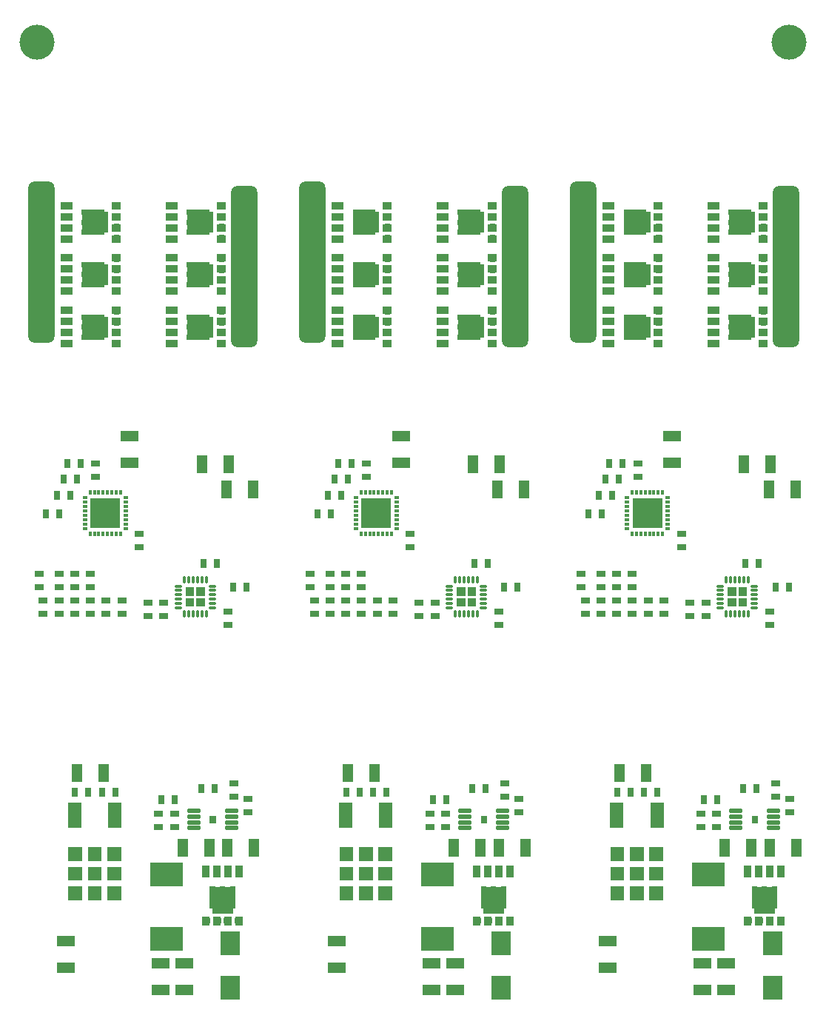
<source format=gbr>
%TF.GenerationSoftware,KiCad,Pcbnew,6.0.4-6f826c9f35~116~ubuntu20.04.1*%
%TF.CreationDate,2022-04-24T16:07:36+02:00*%
%TF.ProjectId,crawl_esc_pan,63726177-6c5f-4657-9363-5f70616e2e6b,rev?*%
%TF.SameCoordinates,Original*%
%TF.FileFunction,Paste,Top*%
%TF.FilePolarity,Positive*%
%FSLAX46Y46*%
G04 Gerber Fmt 4.6, Leading zero omitted, Abs format (unit mm)*
G04 Created by KiCad (PCBNEW 6.0.4-6f826c9f35~116~ubuntu20.04.1) date 2022-04-24 16:07:36*
%MOMM*%
%LPD*%
G01*
G04 APERTURE LIST*
G04 Aperture macros list*
%AMRoundRect*
0 Rectangle with rounded corners*
0 $1 Rounding radius*
0 $2 $3 $4 $5 $6 $7 $8 $9 X,Y pos of 4 corners*
0 Add a 4 corners polygon primitive as box body*
4,1,4,$2,$3,$4,$5,$6,$7,$8,$9,$2,$3,0*
0 Add four circle primitives for the rounded corners*
1,1,$1+$1,$2,$3*
1,1,$1+$1,$4,$5*
1,1,$1+$1,$6,$7*
1,1,$1+$1,$8,$9*
0 Add four rect primitives between the rounded corners*
20,1,$1+$1,$2,$3,$4,$5,0*
20,1,$1+$1,$4,$5,$6,$7,0*
20,1,$1+$1,$6,$7,$8,$9,0*
20,1,$1+$1,$8,$9,$2,$3,0*%
G04 Aperture macros list end*
%ADD10C,0.000000*%
%ADD11R,0.762000X1.016000*%
%ADD12R,1.600000X3.000000*%
%ADD13R,3.810000X2.794000*%
%ADD14R,1.193800X2.006600*%
%ADD15R,1.016000X0.762000*%
%ADD16R,0.850000X1.050000*%
%ADD17R,0.850000X1.450000*%
%ADD18R,2.006600X1.193800*%
%ADD19RoundRect,0.056250X-0.678750X-0.168750X0.678750X-0.168750X0.678750X0.168750X-0.678750X0.168750X0*%
%ADD20R,2.200000X2.700000*%
%ADD21RoundRect,0.067500X-0.347500X-0.067500X0.347500X-0.067500X0.347500X0.067500X-0.347500X0.067500X0*%
%ADD22RoundRect,0.067500X0.067500X-0.347500X0.067500X0.347500X-0.067500X0.347500X-0.067500X-0.347500X0*%
%ADD23RoundRect,0.067500X0.347500X0.067500X-0.347500X0.067500X-0.347500X-0.067500X0.347500X-0.067500X0*%
%ADD24RoundRect,0.067500X-0.067500X0.347500X-0.067500X-0.347500X0.067500X-0.347500X0.067500X0.347500X0*%
%ADD25R,0.600000X0.300000*%
%ADD26R,0.300000X0.600000*%
%ADD27R,3.450000X3.450000*%
%ADD28R,1.450000X0.850000*%
%ADD29R,1.050000X0.850000*%
%ADD30RoundRect,0.750000X-0.750000X-8.500000X0.750000X-8.500000X0.750000X8.500000X-0.750000X8.500000X0*%
%ADD31C,4.000000*%
G04 APERTURE END LIST*
D10*
G36*
X193499542Y-133249779D02*
G01*
X192899542Y-133249779D01*
X192899542Y-132349777D01*
X193499542Y-132349777D01*
X193499542Y-133249779D01*
G37*
G36*
X191594542Y-130299777D02*
G01*
X190994542Y-130299777D01*
X190994542Y-129249777D01*
X191594542Y-129249777D01*
X191594542Y-130299777D01*
G37*
G36*
X179389545Y-133119777D02*
G01*
X177809542Y-133119777D01*
X177809542Y-131539777D01*
X179389545Y-131539777D01*
X179389545Y-133119777D01*
G37*
G36*
X194649542Y-134099777D02*
G01*
X194049542Y-134099777D01*
X194049542Y-133199779D01*
X194649542Y-133199779D01*
X194649542Y-134099777D01*
G37*
G36*
X195404542Y-130299777D02*
G01*
X194804542Y-130299777D01*
X194804542Y-129249777D01*
X195404542Y-129249777D01*
X195404542Y-130299777D01*
G37*
G36*
X179389545Y-128659777D02*
G01*
X177809542Y-128659777D01*
X177809542Y-127079779D01*
X179389545Y-127079779D01*
X179389545Y-128659777D01*
G37*
G36*
X194385542Y-134639779D02*
G01*
X192013542Y-134639779D01*
X192013542Y-131659777D01*
X194385542Y-131659777D01*
X194385542Y-134639779D01*
G37*
G36*
X192349542Y-132399777D02*
G01*
X191749542Y-132399777D01*
X191749542Y-131499777D01*
X192349542Y-131499777D01*
X192349542Y-132399777D01*
G37*
G36*
X193499542Y-134099777D02*
G01*
X192899542Y-134099777D01*
X192899542Y-133199779D01*
X193499542Y-133199779D01*
X193499542Y-134099777D01*
G37*
G36*
X194649542Y-132399777D02*
G01*
X194049542Y-132399777D01*
X194049542Y-131499777D01*
X194649542Y-131499777D01*
X194649542Y-132399777D01*
G37*
G36*
X191774542Y-135799779D02*
G01*
X190874542Y-135799779D01*
X190874542Y-135199777D01*
X191774542Y-135199777D01*
X191774542Y-135799779D01*
G37*
G36*
X194134542Y-130299777D02*
G01*
X193534542Y-130299777D01*
X193534542Y-129249777D01*
X194134542Y-129249777D01*
X194134542Y-130299777D01*
G37*
G36*
X181619542Y-128659777D02*
G01*
X180039542Y-128659777D01*
X180039542Y-127079779D01*
X181619542Y-127079779D01*
X181619542Y-128659777D01*
G37*
G36*
X192349542Y-134099777D02*
G01*
X191749542Y-134099777D01*
X191749542Y-133199779D01*
X192349542Y-133199779D01*
X192349542Y-134099777D01*
G37*
G36*
X181619542Y-133119777D02*
G01*
X180039542Y-133119777D01*
X180039542Y-131539777D01*
X181619542Y-131539777D01*
X181619542Y-133119777D01*
G37*
G36*
X194249542Y-135799779D02*
G01*
X193349542Y-135799779D01*
X193349542Y-135199777D01*
X194249542Y-135199777D01*
X194249542Y-135799779D01*
G37*
G36*
X192349542Y-133249779D02*
G01*
X191749542Y-133249779D01*
X191749542Y-132349777D01*
X192349542Y-132349777D01*
X192349542Y-133249779D01*
G37*
G36*
X179389545Y-130889779D02*
G01*
X177809542Y-130889779D01*
X177809542Y-129309777D01*
X179389545Y-129309777D01*
X179389545Y-130889779D01*
G37*
G36*
X195524542Y-135799779D02*
G01*
X194624542Y-135799779D01*
X194624542Y-135199777D01*
X195524542Y-135199777D01*
X195524542Y-135799779D01*
G37*
G36*
X192455542Y-124339779D02*
G01*
X191743542Y-124339779D01*
X191743542Y-123459781D01*
X192455542Y-123459781D01*
X192455542Y-124339779D01*
G37*
G36*
X192864542Y-130299777D02*
G01*
X192264542Y-130299777D01*
X192264542Y-129249777D01*
X192864542Y-129249777D01*
X192864542Y-130299777D01*
G37*
G36*
X181619542Y-130889779D02*
G01*
X180039542Y-130889779D01*
X180039542Y-129309777D01*
X181619542Y-129309777D01*
X181619542Y-130889779D01*
G37*
G36*
X177159544Y-133119777D02*
G01*
X175579545Y-133119777D01*
X175579545Y-131539777D01*
X177159544Y-131539777D01*
X177159544Y-133119777D01*
G37*
G36*
X177159544Y-128659777D02*
G01*
X175579545Y-128659777D01*
X175579545Y-127079779D01*
X177159544Y-127079779D01*
X177159544Y-128659777D01*
G37*
G36*
X177159544Y-130889779D02*
G01*
X175579545Y-130889779D01*
X175579545Y-129309777D01*
X177159544Y-129309777D01*
X177159544Y-130889779D01*
G37*
G36*
X193049542Y-135799779D02*
G01*
X192149542Y-135799779D01*
X192149542Y-135199777D01*
X193049542Y-135199777D01*
X193049542Y-135799779D01*
G37*
G36*
X194649542Y-133249779D02*
G01*
X194049542Y-133249779D01*
X194049542Y-132349777D01*
X194649542Y-132349777D01*
X194649542Y-133249779D01*
G37*
G36*
X193499542Y-132399777D02*
G01*
X192899542Y-132399777D01*
X192899542Y-131499777D01*
X193499542Y-131499777D01*
X193499542Y-132399777D01*
G37*
G36*
X162499542Y-133249779D02*
G01*
X161899542Y-133249779D01*
X161899542Y-132349777D01*
X162499542Y-132349777D01*
X162499542Y-133249779D01*
G37*
G36*
X160594542Y-130299777D02*
G01*
X159994542Y-130299777D01*
X159994542Y-129249777D01*
X160594542Y-129249777D01*
X160594542Y-130299777D01*
G37*
G36*
X148389545Y-133119777D02*
G01*
X146809542Y-133119777D01*
X146809542Y-131539777D01*
X148389545Y-131539777D01*
X148389545Y-133119777D01*
G37*
G36*
X163649542Y-134099777D02*
G01*
X163049542Y-134099777D01*
X163049542Y-133199779D01*
X163649542Y-133199779D01*
X163649542Y-134099777D01*
G37*
G36*
X164404542Y-130299777D02*
G01*
X163804542Y-130299777D01*
X163804542Y-129249777D01*
X164404542Y-129249777D01*
X164404542Y-130299777D01*
G37*
G36*
X148389545Y-128659777D02*
G01*
X146809542Y-128659777D01*
X146809542Y-127079779D01*
X148389545Y-127079779D01*
X148389545Y-128659777D01*
G37*
G36*
X163385542Y-134639779D02*
G01*
X161013542Y-134639779D01*
X161013542Y-131659777D01*
X163385542Y-131659777D01*
X163385542Y-134639779D01*
G37*
G36*
X161349542Y-132399777D02*
G01*
X160749542Y-132399777D01*
X160749542Y-131499777D01*
X161349542Y-131499777D01*
X161349542Y-132399777D01*
G37*
G36*
X162499542Y-134099777D02*
G01*
X161899542Y-134099777D01*
X161899542Y-133199779D01*
X162499542Y-133199779D01*
X162499542Y-134099777D01*
G37*
G36*
X163649542Y-132399777D02*
G01*
X163049542Y-132399777D01*
X163049542Y-131499777D01*
X163649542Y-131499777D01*
X163649542Y-132399777D01*
G37*
G36*
X160774542Y-135799779D02*
G01*
X159874542Y-135799779D01*
X159874542Y-135199777D01*
X160774542Y-135199777D01*
X160774542Y-135799779D01*
G37*
G36*
X163134542Y-130299777D02*
G01*
X162534542Y-130299777D01*
X162534542Y-129249777D01*
X163134542Y-129249777D01*
X163134542Y-130299777D01*
G37*
G36*
X150619542Y-128659777D02*
G01*
X149039542Y-128659777D01*
X149039542Y-127079779D01*
X150619542Y-127079779D01*
X150619542Y-128659777D01*
G37*
G36*
X161349542Y-134099777D02*
G01*
X160749542Y-134099777D01*
X160749542Y-133199779D01*
X161349542Y-133199779D01*
X161349542Y-134099777D01*
G37*
G36*
X150619542Y-133119777D02*
G01*
X149039542Y-133119777D01*
X149039542Y-131539777D01*
X150619542Y-131539777D01*
X150619542Y-133119777D01*
G37*
G36*
X163249542Y-135799779D02*
G01*
X162349542Y-135799779D01*
X162349542Y-135199777D01*
X163249542Y-135199777D01*
X163249542Y-135799779D01*
G37*
G36*
X161349542Y-133249779D02*
G01*
X160749542Y-133249779D01*
X160749542Y-132349777D01*
X161349542Y-132349777D01*
X161349542Y-133249779D01*
G37*
G36*
X148389545Y-130889779D02*
G01*
X146809542Y-130889779D01*
X146809542Y-129309777D01*
X148389545Y-129309777D01*
X148389545Y-130889779D01*
G37*
G36*
X164524542Y-135799779D02*
G01*
X163624542Y-135799779D01*
X163624542Y-135199777D01*
X164524542Y-135199777D01*
X164524542Y-135799779D01*
G37*
G36*
X161455542Y-124339779D02*
G01*
X160743542Y-124339779D01*
X160743542Y-123459781D01*
X161455542Y-123459781D01*
X161455542Y-124339779D01*
G37*
G36*
X161864542Y-130299777D02*
G01*
X161264542Y-130299777D01*
X161264542Y-129249777D01*
X161864542Y-129249777D01*
X161864542Y-130299777D01*
G37*
G36*
X150619542Y-130889779D02*
G01*
X149039542Y-130889779D01*
X149039542Y-129309777D01*
X150619542Y-129309777D01*
X150619542Y-130889779D01*
G37*
G36*
X146159544Y-133119777D02*
G01*
X144579545Y-133119777D01*
X144579545Y-131539777D01*
X146159544Y-131539777D01*
X146159544Y-133119777D01*
G37*
G36*
X146159544Y-128659777D02*
G01*
X144579545Y-128659777D01*
X144579545Y-127079779D01*
X146159544Y-127079779D01*
X146159544Y-128659777D01*
G37*
G36*
X146159544Y-130889779D02*
G01*
X144579545Y-130889779D01*
X144579545Y-129309777D01*
X146159544Y-129309777D01*
X146159544Y-130889779D01*
G37*
G36*
X162049542Y-135799779D02*
G01*
X161149542Y-135799779D01*
X161149542Y-135199777D01*
X162049542Y-135199777D01*
X162049542Y-135799779D01*
G37*
G36*
X163649542Y-133249779D02*
G01*
X163049542Y-133249779D01*
X163049542Y-132349777D01*
X163649542Y-132349777D01*
X163649542Y-133249779D01*
G37*
G36*
X162499542Y-132399777D02*
G01*
X161899542Y-132399777D01*
X161899542Y-131499777D01*
X162499542Y-131499777D01*
X162499542Y-132399777D01*
G37*
G36*
X189965416Y-98330073D02*
G01*
X189005415Y-98330073D01*
X189005415Y-97370073D01*
X189965416Y-97370073D01*
X189965416Y-98330073D01*
G37*
G36*
X191185416Y-98330073D02*
G01*
X190225416Y-98330073D01*
X190225416Y-97370073D01*
X191185416Y-97370073D01*
X191185416Y-98330073D01*
G37*
G36*
X191185416Y-99550073D02*
G01*
X190225416Y-99550073D01*
X190225416Y-98590073D01*
X191185416Y-98590073D01*
X191185416Y-99550073D01*
G37*
G36*
X189965416Y-99550073D02*
G01*
X189005415Y-99550073D01*
X189005415Y-98590073D01*
X189965416Y-98590073D01*
X189965416Y-99550073D01*
G37*
G36*
X158965416Y-98330073D02*
G01*
X158005415Y-98330073D01*
X158005415Y-97370073D01*
X158965416Y-97370073D01*
X158965416Y-98330073D01*
G37*
G36*
X160185416Y-98330073D02*
G01*
X159225416Y-98330073D01*
X159225416Y-97370073D01*
X160185416Y-97370073D01*
X160185416Y-98330073D01*
G37*
G36*
X160185416Y-99550073D02*
G01*
X159225416Y-99550073D01*
X159225416Y-98590073D01*
X160185416Y-98590073D01*
X160185416Y-99550073D01*
G37*
G36*
X158965416Y-99550073D02*
G01*
X158005415Y-99550073D01*
X158005415Y-98590073D01*
X158965416Y-98590073D01*
X158965416Y-99550073D01*
G37*
G36*
X193400000Y-62649998D02*
G01*
X192800000Y-62649998D01*
X192800000Y-61749998D01*
X193400000Y-61749998D01*
X193400000Y-62649998D01*
G37*
G36*
X181400000Y-60174998D02*
G01*
X180799998Y-60174998D01*
X180799998Y-59274998D01*
X181400000Y-59274998D01*
X181400000Y-60174998D01*
G37*
G36*
X175899998Y-67264998D02*
G01*
X174849998Y-67264998D01*
X174849998Y-66664998D01*
X175899998Y-66664998D01*
X175899998Y-67264998D01*
G37*
G36*
X187900000Y-69804998D02*
G01*
X186850000Y-69804998D01*
X186850000Y-69204998D01*
X187900000Y-69204998D01*
X187900000Y-69804998D01*
G37*
G36*
X175899998Y-61264998D02*
G01*
X174849998Y-61264998D01*
X174849998Y-60664998D01*
X175899998Y-60664998D01*
X175899998Y-61264998D01*
G37*
G36*
X191700000Y-61899998D02*
G01*
X190800000Y-61899998D01*
X190800000Y-61299998D01*
X191700000Y-61299998D01*
X191700000Y-61899998D01*
G37*
G36*
X190000000Y-57050000D02*
G01*
X189100000Y-57050000D01*
X189100000Y-56450001D01*
X190000000Y-56450001D01*
X190000000Y-57050000D01*
G37*
G36*
X193400000Y-57924998D02*
G01*
X192800000Y-57924998D01*
X192800000Y-57025001D01*
X193400000Y-57025001D01*
X193400000Y-57924998D01*
G37*
G36*
X181400000Y-68649998D02*
G01*
X180799998Y-68649998D01*
X180799998Y-67749998D01*
X181400000Y-67749998D01*
X181400000Y-68649998D01*
G37*
G36*
X193400000Y-68649998D02*
G01*
X192800000Y-68649998D01*
X192800000Y-67749998D01*
X193400000Y-67749998D01*
X193400000Y-68649998D01*
G37*
G36*
X190000000Y-61899998D02*
G01*
X189100000Y-61899998D01*
X189100000Y-61299998D01*
X190000000Y-61299998D01*
X190000000Y-61899998D01*
G37*
G36*
X190000000Y-54749998D02*
G01*
X189100000Y-54749998D01*
X189100000Y-54150000D01*
X190000000Y-54150000D01*
X190000000Y-54749998D01*
G37*
G36*
X178000000Y-57050000D02*
G01*
X177099998Y-57050000D01*
X177099998Y-56450001D01*
X178000000Y-56450001D01*
X178000000Y-57050000D01*
G37*
G36*
X179699998Y-55899998D02*
G01*
X178800000Y-55899998D01*
X178800000Y-55300001D01*
X179699998Y-55300001D01*
X179699998Y-55899998D01*
G37*
G36*
X193400000Y-55450000D02*
G01*
X192800000Y-55450000D01*
X192800000Y-54549998D01*
X193400000Y-54549998D01*
X193400000Y-55450000D01*
G37*
G36*
X187900000Y-56534998D02*
G01*
X186850000Y-56534998D01*
X186850000Y-55935001D01*
X187900000Y-55935001D01*
X187900000Y-56534998D01*
G37*
G36*
X178000000Y-63049998D02*
G01*
X177099998Y-63049998D01*
X177099998Y-62449998D01*
X178000000Y-62449998D01*
X178000000Y-63049998D01*
G37*
G36*
X191700000Y-66749998D02*
G01*
X190800000Y-66749998D01*
X190800000Y-66149998D01*
X191700000Y-66149998D01*
X191700000Y-66749998D01*
G37*
G36*
X187900000Y-67264998D02*
G01*
X186850000Y-67264998D01*
X186850000Y-66664998D01*
X187900000Y-66664998D01*
X187900000Y-67264998D01*
G37*
G36*
X191700000Y-63049998D02*
G01*
X190800000Y-63049998D01*
X190800000Y-62449998D01*
X191700000Y-62449998D01*
X191700000Y-63049998D01*
G37*
G36*
X190000000Y-67899998D02*
G01*
X189100000Y-67899998D01*
X189100000Y-67299998D01*
X190000000Y-67299998D01*
X190000000Y-67899998D01*
G37*
G36*
X180140000Y-62785998D02*
G01*
X177159998Y-62785998D01*
X177159998Y-60413998D01*
X180140000Y-60413998D01*
X180140000Y-62785998D01*
G37*
G36*
X190850000Y-67899998D02*
G01*
X189950000Y-67899998D01*
X189950000Y-67299998D01*
X190850000Y-67299998D01*
X190850000Y-67899998D01*
G37*
G36*
X191700000Y-54749998D02*
G01*
X190800000Y-54749998D01*
X190800000Y-54150000D01*
X191700000Y-54150000D01*
X191700000Y-54749998D01*
G37*
G36*
X190000000Y-55899998D02*
G01*
X189100000Y-55899998D01*
X189100000Y-55300001D01*
X190000000Y-55300001D01*
X190000000Y-55899998D01*
G37*
G36*
X192140000Y-62785998D02*
G01*
X189160000Y-62785998D01*
X189160000Y-60413998D01*
X192140000Y-60413998D01*
X192140000Y-62785998D01*
G37*
G36*
X178850000Y-63049998D02*
G01*
X177950000Y-63049998D01*
X177950000Y-62449998D01*
X178850000Y-62449998D01*
X178850000Y-63049998D01*
G37*
G36*
X175899998Y-65994998D02*
G01*
X174849998Y-65994998D01*
X174849998Y-65394998D01*
X175899998Y-65394998D01*
X175899998Y-65994998D01*
G37*
G36*
X191700000Y-55899998D02*
G01*
X190800000Y-55899998D01*
X190800000Y-55300001D01*
X191700000Y-55300001D01*
X191700000Y-55899998D01*
G37*
G36*
X187900000Y-57804998D02*
G01*
X186850000Y-57804998D01*
X186850000Y-57205001D01*
X187900000Y-57205001D01*
X187900000Y-57804998D01*
G37*
G36*
X191700000Y-57050000D02*
G01*
X190800000Y-57050000D01*
X190800000Y-56450001D01*
X191700000Y-56450001D01*
X191700000Y-57050000D01*
G37*
G36*
X180140000Y-68785998D02*
G01*
X177159998Y-68785998D01*
X177159998Y-66413998D01*
X180140000Y-66413998D01*
X180140000Y-68785998D01*
G37*
G36*
X179699998Y-61899998D02*
G01*
X178800000Y-61899998D01*
X178800000Y-61299998D01*
X179699998Y-61299998D01*
X179699998Y-61899998D01*
G37*
G36*
X181400000Y-55450000D02*
G01*
X180799998Y-55450000D01*
X180799998Y-54549998D01*
X181400000Y-54549998D01*
X181400000Y-55450000D01*
G37*
G36*
X178000000Y-67899998D02*
G01*
X177099998Y-67899998D01*
X177099998Y-67299998D01*
X178000000Y-67299998D01*
X178000000Y-67899998D01*
G37*
G36*
X178000000Y-69049998D02*
G01*
X177099998Y-69049998D01*
X177099998Y-68450000D01*
X178000000Y-68450000D01*
X178000000Y-69049998D01*
G37*
G36*
X190850000Y-61899998D02*
G01*
X189950000Y-61899998D01*
X189950000Y-61299998D01*
X190850000Y-61299998D01*
X190850000Y-61899998D01*
G37*
G36*
X175899998Y-68534998D02*
G01*
X174849998Y-68534998D01*
X174849998Y-67934998D01*
X175899998Y-67934998D01*
X175899998Y-68534998D01*
G37*
G36*
X178850000Y-54749998D02*
G01*
X177950000Y-54749998D01*
X177950000Y-54150000D01*
X178850000Y-54150000D01*
X178850000Y-54749998D01*
G37*
G36*
X181400000Y-66174998D02*
G01*
X180799998Y-66174998D01*
X180799998Y-65275000D01*
X181400000Y-65275000D01*
X181400000Y-66174998D01*
G37*
G36*
X193400000Y-60174998D02*
G01*
X192800000Y-60174998D01*
X192800000Y-59274998D01*
X193400000Y-59274998D01*
X193400000Y-60174998D01*
G37*
G36*
X191700000Y-69049998D02*
G01*
X190800000Y-69049998D01*
X190800000Y-68450000D01*
X191700000Y-68450000D01*
X191700000Y-69049998D01*
G37*
G36*
X178850000Y-69049998D02*
G01*
X177950000Y-69049998D01*
X177950000Y-68450000D01*
X178850000Y-68450000D01*
X178850000Y-69049998D01*
G37*
G36*
X179699998Y-57050000D02*
G01*
X178800000Y-57050000D01*
X178800000Y-56450001D01*
X179699998Y-56450001D01*
X179699998Y-57050000D01*
G37*
G36*
X178000000Y-55899998D02*
G01*
X177099998Y-55899998D01*
X177099998Y-55300001D01*
X178000000Y-55300001D01*
X178000000Y-55899998D01*
G37*
G36*
X175899998Y-56534998D02*
G01*
X174849998Y-56534998D01*
X174849998Y-55935001D01*
X175899998Y-55935001D01*
X175899998Y-56534998D01*
G37*
G36*
X175899998Y-69804998D02*
G01*
X174849998Y-69804998D01*
X174849998Y-69204998D01*
X175899998Y-69204998D01*
X175899998Y-69804998D01*
G37*
G36*
X190850000Y-69049998D02*
G01*
X189950000Y-69049998D01*
X189950000Y-68450000D01*
X190850000Y-68450000D01*
X190850000Y-69049998D01*
G37*
G36*
X187900000Y-65994998D02*
G01*
X186850000Y-65994998D01*
X186850000Y-65394998D01*
X187900000Y-65394998D01*
X187900000Y-65994998D01*
G37*
G36*
X190000000Y-69049998D02*
G01*
X189100000Y-69049998D01*
X189100000Y-68450000D01*
X190000000Y-68450000D01*
X190000000Y-69049998D01*
G37*
G36*
X191700000Y-60749998D02*
G01*
X190800000Y-60749998D01*
X190800000Y-60149998D01*
X191700000Y-60149998D01*
X191700000Y-60749998D01*
G37*
G36*
X190850000Y-54749998D02*
G01*
X189950000Y-54749998D01*
X189950000Y-54150000D01*
X190850000Y-54150000D01*
X190850000Y-54749998D01*
G37*
G36*
X190850000Y-60749998D02*
G01*
X189950000Y-60749998D01*
X189950000Y-60149998D01*
X190850000Y-60149998D01*
X190850000Y-60749998D01*
G37*
G36*
X178850000Y-55899998D02*
G01*
X177950000Y-55899998D01*
X177950000Y-55300001D01*
X178850000Y-55300001D01*
X178850000Y-55899998D01*
G37*
G36*
X193400000Y-63924998D02*
G01*
X192800000Y-63924998D01*
X192800000Y-63024998D01*
X193400000Y-63024998D01*
X193400000Y-63924998D01*
G37*
G36*
X193400000Y-66174998D02*
G01*
X192800000Y-66174998D01*
X192800000Y-65275000D01*
X193400000Y-65275000D01*
X193400000Y-66174998D01*
G37*
G36*
X175899998Y-53994998D02*
G01*
X174849998Y-53994998D01*
X174849998Y-53395001D01*
X175899998Y-53395001D01*
X175899998Y-53994998D01*
G37*
G36*
X187900000Y-61264998D02*
G01*
X186850000Y-61264998D01*
X186850000Y-60664998D01*
X187900000Y-60664998D01*
X187900000Y-61264998D01*
G37*
G36*
X180140000Y-56786000D02*
G01*
X177159998Y-56786000D01*
X177159998Y-54414000D01*
X180140000Y-54414000D01*
X180140000Y-56786000D01*
G37*
G36*
X181400000Y-61449998D02*
G01*
X180799998Y-61449998D01*
X180799998Y-60549998D01*
X181400000Y-60549998D01*
X181400000Y-61449998D01*
G37*
G36*
X175899998Y-63804998D02*
G01*
X174849998Y-63804998D01*
X174849998Y-63204998D01*
X175899998Y-63204998D01*
X175899998Y-63804998D01*
G37*
G36*
X190850000Y-63049998D02*
G01*
X189950000Y-63049998D01*
X189950000Y-62449998D01*
X190850000Y-62449998D01*
X190850000Y-63049998D01*
G37*
G36*
X193400000Y-69924998D02*
G01*
X192800000Y-69924998D01*
X192800000Y-69025000D01*
X193400000Y-69025000D01*
X193400000Y-69924998D01*
G37*
G36*
X179699998Y-67899998D02*
G01*
X178800000Y-67899998D01*
X178800000Y-67299998D01*
X179699998Y-67299998D01*
X179699998Y-67899998D01*
G37*
G36*
X179699998Y-60749998D02*
G01*
X178800000Y-60749998D01*
X178800000Y-60149998D01*
X179699998Y-60149998D01*
X179699998Y-60749998D01*
G37*
G36*
X187900000Y-68534998D02*
G01*
X186850000Y-68534998D01*
X186850000Y-67934998D01*
X187900000Y-67934998D01*
X187900000Y-68534998D01*
G37*
G36*
X190850000Y-66749998D02*
G01*
X189950000Y-66749998D01*
X189950000Y-66149998D01*
X190850000Y-66149998D01*
X190850000Y-66749998D01*
G37*
G36*
X193400000Y-56650000D02*
G01*
X192800000Y-56650000D01*
X192800000Y-55750000D01*
X193400000Y-55750000D01*
X193400000Y-56650000D01*
G37*
G36*
X187900000Y-53994998D02*
G01*
X186850000Y-53994998D01*
X186850000Y-53395001D01*
X187900000Y-53395001D01*
X187900000Y-53994998D01*
G37*
G36*
X175899998Y-57804998D02*
G01*
X174849998Y-57804998D01*
X174849998Y-57205001D01*
X175899998Y-57205001D01*
X175899998Y-57804998D01*
G37*
G36*
X178850000Y-60749998D02*
G01*
X177950000Y-60749998D01*
X177950000Y-60149998D01*
X178850000Y-60149998D01*
X178850000Y-60749998D01*
G37*
G36*
X187900000Y-59994998D02*
G01*
X186850000Y-59994998D01*
X186850000Y-59394998D01*
X187900000Y-59394998D01*
X187900000Y-59994998D01*
G37*
G36*
X178000000Y-60749998D02*
G01*
X177099998Y-60749998D01*
X177099998Y-60149998D01*
X178000000Y-60149998D01*
X178000000Y-60749998D01*
G37*
G36*
X191700000Y-67899998D02*
G01*
X190800000Y-67899998D01*
X190800000Y-67299998D01*
X191700000Y-67299998D01*
X191700000Y-67899998D01*
G37*
G36*
X178000000Y-61899998D02*
G01*
X177099998Y-61899998D01*
X177099998Y-61299998D01*
X178000000Y-61299998D01*
X178000000Y-61899998D01*
G37*
G36*
X178000000Y-54749998D02*
G01*
X177099998Y-54749998D01*
X177099998Y-54150000D01*
X178000000Y-54150000D01*
X178000000Y-54749998D01*
G37*
G36*
X190000000Y-63049998D02*
G01*
X189100000Y-63049998D01*
X189100000Y-62449998D01*
X190000000Y-62449998D01*
X190000000Y-63049998D01*
G37*
G36*
X181400000Y-56650000D02*
G01*
X180799998Y-56650000D01*
X180799998Y-55750000D01*
X181400000Y-55750000D01*
X181400000Y-56650000D01*
G37*
G36*
X181400000Y-54174998D02*
G01*
X180799998Y-54174998D01*
X180799998Y-53275001D01*
X181400000Y-53275001D01*
X181400000Y-54174998D01*
G37*
G36*
X190000000Y-60749998D02*
G01*
X189100000Y-60749998D01*
X189100000Y-60149998D01*
X190000000Y-60149998D01*
X190000000Y-60749998D01*
G37*
G36*
X179699998Y-66749998D02*
G01*
X178800000Y-66749998D01*
X178800000Y-66149998D01*
X179699998Y-66149998D01*
X179699998Y-66749998D01*
G37*
G36*
X181400000Y-67449998D02*
G01*
X180799998Y-67449998D01*
X180799998Y-66549998D01*
X181400000Y-66549998D01*
X181400000Y-67449998D01*
G37*
G36*
X181400000Y-69924998D02*
G01*
X180799998Y-69924998D01*
X180799998Y-69025000D01*
X181400000Y-69025000D01*
X181400000Y-69924998D01*
G37*
G36*
X192140000Y-56786000D02*
G01*
X189160000Y-56786000D01*
X189160000Y-54414000D01*
X192140000Y-54414000D01*
X192140000Y-56786000D01*
G37*
G36*
X187900000Y-63804998D02*
G01*
X186850000Y-63804998D01*
X186850000Y-63204998D01*
X187900000Y-63204998D01*
X187900000Y-63804998D01*
G37*
G36*
X193400000Y-67449998D02*
G01*
X192800000Y-67449998D01*
X192800000Y-66549998D01*
X193400000Y-66549998D01*
X193400000Y-67449998D01*
G37*
G36*
X187900000Y-62534998D02*
G01*
X186850000Y-62534998D01*
X186850000Y-61934998D01*
X187900000Y-61934998D01*
X187900000Y-62534998D01*
G37*
G36*
X178850000Y-66749998D02*
G01*
X177950000Y-66749998D01*
X177950000Y-66149998D01*
X178850000Y-66149998D01*
X178850000Y-66749998D01*
G37*
G36*
X178000000Y-66749998D02*
G01*
X177099998Y-66749998D01*
X177099998Y-66149998D01*
X178000000Y-66149998D01*
X178000000Y-66749998D01*
G37*
G36*
X181400000Y-57924998D02*
G01*
X180799998Y-57924998D01*
X180799998Y-57025001D01*
X181400000Y-57025001D01*
X181400000Y-57924998D01*
G37*
G36*
X175899998Y-55264998D02*
G01*
X174849998Y-55264998D01*
X174849998Y-54665001D01*
X175899998Y-54665001D01*
X175899998Y-55264998D01*
G37*
G36*
X190850000Y-55899998D02*
G01*
X189950000Y-55899998D01*
X189950000Y-55300001D01*
X190850000Y-55300001D01*
X190850000Y-55899998D01*
G37*
G36*
X192140000Y-68785998D02*
G01*
X189160000Y-68785998D01*
X189160000Y-66413998D01*
X192140000Y-66413998D01*
X192140000Y-68785998D01*
G37*
G36*
X175899998Y-62534998D02*
G01*
X174849998Y-62534998D01*
X174849998Y-61934998D01*
X175899998Y-61934998D01*
X175899998Y-62534998D01*
G37*
G36*
X179699998Y-54749998D02*
G01*
X178800000Y-54749998D01*
X178800000Y-54150000D01*
X179699998Y-54150000D01*
X179699998Y-54749998D01*
G37*
G36*
X193400000Y-61449998D02*
G01*
X192800000Y-61449998D01*
X192800000Y-60549998D01*
X193400000Y-60549998D01*
X193400000Y-61449998D01*
G37*
G36*
X179699998Y-63049998D02*
G01*
X178800000Y-63049998D01*
X178800000Y-62449998D01*
X179699998Y-62449998D01*
X179699998Y-63049998D01*
G37*
G36*
X178850000Y-57050000D02*
G01*
X177950000Y-57050000D01*
X177950000Y-56450001D01*
X178850000Y-56450001D01*
X178850000Y-57050000D01*
G37*
G36*
X190850000Y-57050000D02*
G01*
X189950000Y-57050000D01*
X189950000Y-56450001D01*
X190850000Y-56450001D01*
X190850000Y-57050000D01*
G37*
G36*
X175899998Y-59994998D02*
G01*
X174849998Y-59994998D01*
X174849998Y-59394998D01*
X175899998Y-59394998D01*
X175899998Y-59994998D01*
G37*
G36*
X190000000Y-66749998D02*
G01*
X189100000Y-66749998D01*
X189100000Y-66149998D01*
X190000000Y-66149998D01*
X190000000Y-66749998D01*
G37*
G36*
X179699998Y-69049998D02*
G01*
X178800000Y-69049998D01*
X178800000Y-68450000D01*
X179699998Y-68450000D01*
X179699998Y-69049998D01*
G37*
G36*
X193400000Y-54174998D02*
G01*
X192800000Y-54174998D01*
X192800000Y-53275001D01*
X193400000Y-53275001D01*
X193400000Y-54174998D01*
G37*
G36*
X178850000Y-67899998D02*
G01*
X177950000Y-67899998D01*
X177950000Y-67299998D01*
X178850000Y-67299998D01*
X178850000Y-67899998D01*
G37*
G36*
X187900000Y-55264998D02*
G01*
X186850000Y-55264998D01*
X186850000Y-54665001D01*
X187900000Y-54665001D01*
X187900000Y-55264998D01*
G37*
G36*
X181400000Y-63924998D02*
G01*
X180799998Y-63924998D01*
X180799998Y-63024998D01*
X181400000Y-63024998D01*
X181400000Y-63924998D01*
G37*
G36*
X181400000Y-62649998D02*
G01*
X180799998Y-62649998D01*
X180799998Y-61749998D01*
X181400000Y-61749998D01*
X181400000Y-62649998D01*
G37*
G36*
X178850000Y-61899998D02*
G01*
X177950000Y-61899998D01*
X177950000Y-61299998D01*
X178850000Y-61299998D01*
X178850000Y-61899998D01*
G37*
G36*
X162400000Y-62649998D02*
G01*
X161800000Y-62649998D01*
X161800000Y-61749998D01*
X162400000Y-61749998D01*
X162400000Y-62649998D01*
G37*
G36*
X150400000Y-60174998D02*
G01*
X149799998Y-60174998D01*
X149799998Y-59274998D01*
X150400000Y-59274998D01*
X150400000Y-60174998D01*
G37*
G36*
X144899998Y-67264998D02*
G01*
X143849998Y-67264998D01*
X143849998Y-66664998D01*
X144899998Y-66664998D01*
X144899998Y-67264998D01*
G37*
G36*
X156900000Y-69804998D02*
G01*
X155850000Y-69804998D01*
X155850000Y-69204998D01*
X156900000Y-69204998D01*
X156900000Y-69804998D01*
G37*
G36*
X144899998Y-61264998D02*
G01*
X143849998Y-61264998D01*
X143849998Y-60664998D01*
X144899998Y-60664998D01*
X144899998Y-61264998D01*
G37*
G36*
X160700000Y-61899998D02*
G01*
X159800000Y-61899998D01*
X159800000Y-61299998D01*
X160700000Y-61299998D01*
X160700000Y-61899998D01*
G37*
G36*
X159000000Y-57050000D02*
G01*
X158100000Y-57050000D01*
X158100000Y-56450001D01*
X159000000Y-56450001D01*
X159000000Y-57050000D01*
G37*
G36*
X162400000Y-57924998D02*
G01*
X161800000Y-57924998D01*
X161800000Y-57025001D01*
X162400000Y-57025001D01*
X162400000Y-57924998D01*
G37*
G36*
X150400000Y-68649998D02*
G01*
X149799998Y-68649998D01*
X149799998Y-67749998D01*
X150400000Y-67749998D01*
X150400000Y-68649998D01*
G37*
G36*
X162400000Y-68649998D02*
G01*
X161800000Y-68649998D01*
X161800000Y-67749998D01*
X162400000Y-67749998D01*
X162400000Y-68649998D01*
G37*
G36*
X159000000Y-61899998D02*
G01*
X158100000Y-61899998D01*
X158100000Y-61299998D01*
X159000000Y-61299998D01*
X159000000Y-61899998D01*
G37*
G36*
X159000000Y-54749998D02*
G01*
X158100000Y-54749998D01*
X158100000Y-54150000D01*
X159000000Y-54150000D01*
X159000000Y-54749998D01*
G37*
G36*
X147000000Y-57050000D02*
G01*
X146099998Y-57050000D01*
X146099998Y-56450001D01*
X147000000Y-56450001D01*
X147000000Y-57050000D01*
G37*
G36*
X148699998Y-55899998D02*
G01*
X147800000Y-55899998D01*
X147800000Y-55300001D01*
X148699998Y-55300001D01*
X148699998Y-55899998D01*
G37*
G36*
X162400000Y-55450000D02*
G01*
X161800000Y-55450000D01*
X161800000Y-54549998D01*
X162400000Y-54549998D01*
X162400000Y-55450000D01*
G37*
G36*
X156900000Y-56534998D02*
G01*
X155850000Y-56534998D01*
X155850000Y-55935001D01*
X156900000Y-55935001D01*
X156900000Y-56534998D01*
G37*
G36*
X147000000Y-63049998D02*
G01*
X146099998Y-63049998D01*
X146099998Y-62449998D01*
X147000000Y-62449998D01*
X147000000Y-63049998D01*
G37*
G36*
X160700000Y-66749998D02*
G01*
X159800000Y-66749998D01*
X159800000Y-66149998D01*
X160700000Y-66149998D01*
X160700000Y-66749998D01*
G37*
G36*
X156900000Y-67264998D02*
G01*
X155850000Y-67264998D01*
X155850000Y-66664998D01*
X156900000Y-66664998D01*
X156900000Y-67264998D01*
G37*
G36*
X160700000Y-63049998D02*
G01*
X159800000Y-63049998D01*
X159800000Y-62449998D01*
X160700000Y-62449998D01*
X160700000Y-63049998D01*
G37*
G36*
X159000000Y-67899998D02*
G01*
X158100000Y-67899998D01*
X158100000Y-67299998D01*
X159000000Y-67299998D01*
X159000000Y-67899998D01*
G37*
G36*
X149140000Y-62785998D02*
G01*
X146159998Y-62785998D01*
X146159998Y-60413998D01*
X149140000Y-60413998D01*
X149140000Y-62785998D01*
G37*
G36*
X159850000Y-67899998D02*
G01*
X158950000Y-67899998D01*
X158950000Y-67299998D01*
X159850000Y-67299998D01*
X159850000Y-67899998D01*
G37*
G36*
X160700000Y-54749998D02*
G01*
X159800000Y-54749998D01*
X159800000Y-54150000D01*
X160700000Y-54150000D01*
X160700000Y-54749998D01*
G37*
G36*
X159000000Y-55899998D02*
G01*
X158100000Y-55899998D01*
X158100000Y-55300001D01*
X159000000Y-55300001D01*
X159000000Y-55899998D01*
G37*
G36*
X161140000Y-62785998D02*
G01*
X158160000Y-62785998D01*
X158160000Y-60413998D01*
X161140000Y-60413998D01*
X161140000Y-62785998D01*
G37*
G36*
X147850000Y-63049998D02*
G01*
X146950000Y-63049998D01*
X146950000Y-62449998D01*
X147850000Y-62449998D01*
X147850000Y-63049998D01*
G37*
G36*
X144899998Y-65994998D02*
G01*
X143849998Y-65994998D01*
X143849998Y-65394998D01*
X144899998Y-65394998D01*
X144899998Y-65994998D01*
G37*
G36*
X160700000Y-55899998D02*
G01*
X159800000Y-55899998D01*
X159800000Y-55300001D01*
X160700000Y-55300001D01*
X160700000Y-55899998D01*
G37*
G36*
X156900000Y-57804998D02*
G01*
X155850000Y-57804998D01*
X155850000Y-57205001D01*
X156900000Y-57205001D01*
X156900000Y-57804998D01*
G37*
G36*
X160700000Y-57050000D02*
G01*
X159800000Y-57050000D01*
X159800000Y-56450001D01*
X160700000Y-56450001D01*
X160700000Y-57050000D01*
G37*
G36*
X149140000Y-68785998D02*
G01*
X146159998Y-68785998D01*
X146159998Y-66413998D01*
X149140000Y-66413998D01*
X149140000Y-68785998D01*
G37*
G36*
X148699998Y-61899998D02*
G01*
X147800000Y-61899998D01*
X147800000Y-61299998D01*
X148699998Y-61299998D01*
X148699998Y-61899998D01*
G37*
G36*
X150400000Y-55450000D02*
G01*
X149799998Y-55450000D01*
X149799998Y-54549998D01*
X150400000Y-54549998D01*
X150400000Y-55450000D01*
G37*
G36*
X147000000Y-67899998D02*
G01*
X146099998Y-67899998D01*
X146099998Y-67299998D01*
X147000000Y-67299998D01*
X147000000Y-67899998D01*
G37*
G36*
X147000000Y-69049998D02*
G01*
X146099998Y-69049998D01*
X146099998Y-68450000D01*
X147000000Y-68450000D01*
X147000000Y-69049998D01*
G37*
G36*
X159850000Y-61899998D02*
G01*
X158950000Y-61899998D01*
X158950000Y-61299998D01*
X159850000Y-61299998D01*
X159850000Y-61899998D01*
G37*
G36*
X144899998Y-68534998D02*
G01*
X143849998Y-68534998D01*
X143849998Y-67934998D01*
X144899998Y-67934998D01*
X144899998Y-68534998D01*
G37*
G36*
X147850000Y-54749998D02*
G01*
X146950000Y-54749998D01*
X146950000Y-54150000D01*
X147850000Y-54150000D01*
X147850000Y-54749998D01*
G37*
G36*
X150400000Y-66174998D02*
G01*
X149799998Y-66174998D01*
X149799998Y-65275000D01*
X150400000Y-65275000D01*
X150400000Y-66174998D01*
G37*
G36*
X162400000Y-60174998D02*
G01*
X161800000Y-60174998D01*
X161800000Y-59274998D01*
X162400000Y-59274998D01*
X162400000Y-60174998D01*
G37*
G36*
X160700000Y-69049998D02*
G01*
X159800000Y-69049998D01*
X159800000Y-68450000D01*
X160700000Y-68450000D01*
X160700000Y-69049998D01*
G37*
G36*
X147850000Y-69049998D02*
G01*
X146950000Y-69049998D01*
X146950000Y-68450000D01*
X147850000Y-68450000D01*
X147850000Y-69049998D01*
G37*
G36*
X148699998Y-57050000D02*
G01*
X147800000Y-57050000D01*
X147800000Y-56450001D01*
X148699998Y-56450001D01*
X148699998Y-57050000D01*
G37*
G36*
X147000000Y-55899998D02*
G01*
X146099998Y-55899998D01*
X146099998Y-55300001D01*
X147000000Y-55300001D01*
X147000000Y-55899998D01*
G37*
G36*
X144899998Y-56534998D02*
G01*
X143849998Y-56534998D01*
X143849998Y-55935001D01*
X144899998Y-55935001D01*
X144899998Y-56534998D01*
G37*
G36*
X144899998Y-69804998D02*
G01*
X143849998Y-69804998D01*
X143849998Y-69204998D01*
X144899998Y-69204998D01*
X144899998Y-69804998D01*
G37*
G36*
X159850000Y-69049998D02*
G01*
X158950000Y-69049998D01*
X158950000Y-68450000D01*
X159850000Y-68450000D01*
X159850000Y-69049998D01*
G37*
G36*
X156900000Y-65994998D02*
G01*
X155850000Y-65994998D01*
X155850000Y-65394998D01*
X156900000Y-65394998D01*
X156900000Y-65994998D01*
G37*
G36*
X159000000Y-69049998D02*
G01*
X158100000Y-69049998D01*
X158100000Y-68450000D01*
X159000000Y-68450000D01*
X159000000Y-69049998D01*
G37*
G36*
X160700000Y-60749998D02*
G01*
X159800000Y-60749998D01*
X159800000Y-60149998D01*
X160700000Y-60149998D01*
X160700000Y-60749998D01*
G37*
G36*
X159850000Y-54749998D02*
G01*
X158950000Y-54749998D01*
X158950000Y-54150000D01*
X159850000Y-54150000D01*
X159850000Y-54749998D01*
G37*
G36*
X159850000Y-60749998D02*
G01*
X158950000Y-60749998D01*
X158950000Y-60149998D01*
X159850000Y-60149998D01*
X159850000Y-60749998D01*
G37*
G36*
X147850000Y-55899998D02*
G01*
X146950000Y-55899998D01*
X146950000Y-55300001D01*
X147850000Y-55300001D01*
X147850000Y-55899998D01*
G37*
G36*
X162400000Y-63924998D02*
G01*
X161800000Y-63924998D01*
X161800000Y-63024998D01*
X162400000Y-63024998D01*
X162400000Y-63924998D01*
G37*
G36*
X162400000Y-66174998D02*
G01*
X161800000Y-66174998D01*
X161800000Y-65275000D01*
X162400000Y-65275000D01*
X162400000Y-66174998D01*
G37*
G36*
X144899998Y-53994998D02*
G01*
X143849998Y-53994998D01*
X143849998Y-53395001D01*
X144899998Y-53395001D01*
X144899998Y-53994998D01*
G37*
G36*
X156900000Y-61264998D02*
G01*
X155850000Y-61264998D01*
X155850000Y-60664998D01*
X156900000Y-60664998D01*
X156900000Y-61264998D01*
G37*
G36*
X149140000Y-56786000D02*
G01*
X146159998Y-56786000D01*
X146159998Y-54414000D01*
X149140000Y-54414000D01*
X149140000Y-56786000D01*
G37*
G36*
X150400000Y-61449998D02*
G01*
X149799998Y-61449998D01*
X149799998Y-60549998D01*
X150400000Y-60549998D01*
X150400000Y-61449998D01*
G37*
G36*
X144899998Y-63804998D02*
G01*
X143849998Y-63804998D01*
X143849998Y-63204998D01*
X144899998Y-63204998D01*
X144899998Y-63804998D01*
G37*
G36*
X159850000Y-63049998D02*
G01*
X158950000Y-63049998D01*
X158950000Y-62449998D01*
X159850000Y-62449998D01*
X159850000Y-63049998D01*
G37*
G36*
X162400000Y-69924998D02*
G01*
X161800000Y-69924998D01*
X161800000Y-69025000D01*
X162400000Y-69025000D01*
X162400000Y-69924998D01*
G37*
G36*
X148699998Y-67899998D02*
G01*
X147800000Y-67899998D01*
X147800000Y-67299998D01*
X148699998Y-67299998D01*
X148699998Y-67899998D01*
G37*
G36*
X148699998Y-60749998D02*
G01*
X147800000Y-60749998D01*
X147800000Y-60149998D01*
X148699998Y-60149998D01*
X148699998Y-60749998D01*
G37*
G36*
X156900000Y-68534998D02*
G01*
X155850000Y-68534998D01*
X155850000Y-67934998D01*
X156900000Y-67934998D01*
X156900000Y-68534998D01*
G37*
G36*
X159850000Y-66749998D02*
G01*
X158950000Y-66749998D01*
X158950000Y-66149998D01*
X159850000Y-66149998D01*
X159850000Y-66749998D01*
G37*
G36*
X162400000Y-56650000D02*
G01*
X161800000Y-56650000D01*
X161800000Y-55750000D01*
X162400000Y-55750000D01*
X162400000Y-56650000D01*
G37*
G36*
X156900000Y-53994998D02*
G01*
X155850000Y-53994998D01*
X155850000Y-53395001D01*
X156900000Y-53395001D01*
X156900000Y-53994998D01*
G37*
G36*
X144899998Y-57804998D02*
G01*
X143849998Y-57804998D01*
X143849998Y-57205001D01*
X144899998Y-57205001D01*
X144899998Y-57804998D01*
G37*
G36*
X147850000Y-60749998D02*
G01*
X146950000Y-60749998D01*
X146950000Y-60149998D01*
X147850000Y-60149998D01*
X147850000Y-60749998D01*
G37*
G36*
X156900000Y-59994998D02*
G01*
X155850000Y-59994998D01*
X155850000Y-59394998D01*
X156900000Y-59394998D01*
X156900000Y-59994998D01*
G37*
G36*
X147000000Y-60749998D02*
G01*
X146099998Y-60749998D01*
X146099998Y-60149998D01*
X147000000Y-60149998D01*
X147000000Y-60749998D01*
G37*
G36*
X160700000Y-67899998D02*
G01*
X159800000Y-67899998D01*
X159800000Y-67299998D01*
X160700000Y-67299998D01*
X160700000Y-67899998D01*
G37*
G36*
X147000000Y-61899998D02*
G01*
X146099998Y-61899998D01*
X146099998Y-61299998D01*
X147000000Y-61299998D01*
X147000000Y-61899998D01*
G37*
G36*
X147000000Y-54749998D02*
G01*
X146099998Y-54749998D01*
X146099998Y-54150000D01*
X147000000Y-54150000D01*
X147000000Y-54749998D01*
G37*
G36*
X159000000Y-63049998D02*
G01*
X158100000Y-63049998D01*
X158100000Y-62449998D01*
X159000000Y-62449998D01*
X159000000Y-63049998D01*
G37*
G36*
X150400000Y-56650000D02*
G01*
X149799998Y-56650000D01*
X149799998Y-55750000D01*
X150400000Y-55750000D01*
X150400000Y-56650000D01*
G37*
G36*
X150400000Y-54174998D02*
G01*
X149799998Y-54174998D01*
X149799998Y-53275001D01*
X150400000Y-53275001D01*
X150400000Y-54174998D01*
G37*
G36*
X159000000Y-60749998D02*
G01*
X158100000Y-60749998D01*
X158100000Y-60149998D01*
X159000000Y-60149998D01*
X159000000Y-60749998D01*
G37*
G36*
X148699998Y-66749998D02*
G01*
X147800000Y-66749998D01*
X147800000Y-66149998D01*
X148699998Y-66149998D01*
X148699998Y-66749998D01*
G37*
G36*
X150400000Y-67449998D02*
G01*
X149799998Y-67449998D01*
X149799998Y-66549998D01*
X150400000Y-66549998D01*
X150400000Y-67449998D01*
G37*
G36*
X150400000Y-69924998D02*
G01*
X149799998Y-69924998D01*
X149799998Y-69025000D01*
X150400000Y-69025000D01*
X150400000Y-69924998D01*
G37*
G36*
X161140000Y-56786000D02*
G01*
X158160000Y-56786000D01*
X158160000Y-54414000D01*
X161140000Y-54414000D01*
X161140000Y-56786000D01*
G37*
G36*
X156900000Y-63804998D02*
G01*
X155850000Y-63804998D01*
X155850000Y-63204998D01*
X156900000Y-63204998D01*
X156900000Y-63804998D01*
G37*
G36*
X162400000Y-67449998D02*
G01*
X161800000Y-67449998D01*
X161800000Y-66549998D01*
X162400000Y-66549998D01*
X162400000Y-67449998D01*
G37*
G36*
X156900000Y-62534998D02*
G01*
X155850000Y-62534998D01*
X155850000Y-61934998D01*
X156900000Y-61934998D01*
X156900000Y-62534998D01*
G37*
G36*
X147850000Y-66749998D02*
G01*
X146950000Y-66749998D01*
X146950000Y-66149998D01*
X147850000Y-66149998D01*
X147850000Y-66749998D01*
G37*
G36*
X147000000Y-66749998D02*
G01*
X146099998Y-66749998D01*
X146099998Y-66149998D01*
X147000000Y-66149998D01*
X147000000Y-66749998D01*
G37*
G36*
X150400000Y-57924998D02*
G01*
X149799998Y-57924998D01*
X149799998Y-57025001D01*
X150400000Y-57025001D01*
X150400000Y-57924998D01*
G37*
G36*
X144899998Y-55264998D02*
G01*
X143849998Y-55264998D01*
X143849998Y-54665001D01*
X144899998Y-54665001D01*
X144899998Y-55264998D01*
G37*
G36*
X159850000Y-55899998D02*
G01*
X158950000Y-55899998D01*
X158950000Y-55300001D01*
X159850000Y-55300001D01*
X159850000Y-55899998D01*
G37*
G36*
X161140000Y-68785998D02*
G01*
X158160000Y-68785998D01*
X158160000Y-66413998D01*
X161140000Y-66413998D01*
X161140000Y-68785998D01*
G37*
G36*
X144899998Y-62534998D02*
G01*
X143849998Y-62534998D01*
X143849998Y-61934998D01*
X144899998Y-61934998D01*
X144899998Y-62534998D01*
G37*
G36*
X148699998Y-54749998D02*
G01*
X147800000Y-54749998D01*
X147800000Y-54150000D01*
X148699998Y-54150000D01*
X148699998Y-54749998D01*
G37*
G36*
X162400000Y-61449998D02*
G01*
X161800000Y-61449998D01*
X161800000Y-60549998D01*
X162400000Y-60549998D01*
X162400000Y-61449998D01*
G37*
G36*
X148699998Y-63049998D02*
G01*
X147800000Y-63049998D01*
X147800000Y-62449998D01*
X148699998Y-62449998D01*
X148699998Y-63049998D01*
G37*
G36*
X147850000Y-57050000D02*
G01*
X146950000Y-57050000D01*
X146950000Y-56450001D01*
X147850000Y-56450001D01*
X147850000Y-57050000D01*
G37*
G36*
X159850000Y-57050000D02*
G01*
X158950000Y-57050000D01*
X158950000Y-56450001D01*
X159850000Y-56450001D01*
X159850000Y-57050000D01*
G37*
G36*
X144899998Y-59994998D02*
G01*
X143849998Y-59994998D01*
X143849998Y-59394998D01*
X144899998Y-59394998D01*
X144899998Y-59994998D01*
G37*
G36*
X159000000Y-66749998D02*
G01*
X158100000Y-66749998D01*
X158100000Y-66149998D01*
X159000000Y-66149998D01*
X159000000Y-66749998D01*
G37*
G36*
X148699998Y-69049998D02*
G01*
X147800000Y-69049998D01*
X147800000Y-68450000D01*
X148699998Y-68450000D01*
X148699998Y-69049998D01*
G37*
G36*
X162400000Y-54174998D02*
G01*
X161800000Y-54174998D01*
X161800000Y-53275001D01*
X162400000Y-53275001D01*
X162400000Y-54174998D01*
G37*
G36*
X147850000Y-67899998D02*
G01*
X146950000Y-67899998D01*
X146950000Y-67299998D01*
X147850000Y-67299998D01*
X147850000Y-67899998D01*
G37*
G36*
X156900000Y-55264998D02*
G01*
X155850000Y-55264998D01*
X155850000Y-54665001D01*
X156900000Y-54665001D01*
X156900000Y-55264998D01*
G37*
G36*
X150400000Y-63924998D02*
G01*
X149799998Y-63924998D01*
X149799998Y-63024998D01*
X150400000Y-63024998D01*
X150400000Y-63924998D01*
G37*
G36*
X150400000Y-62649998D02*
G01*
X149799998Y-62649998D01*
X149799998Y-61749998D01*
X150400000Y-61749998D01*
X150400000Y-62649998D01*
G37*
G36*
X147850000Y-61899998D02*
G01*
X146950000Y-61899998D01*
X146950000Y-61299998D01*
X147850000Y-61299998D01*
X147850000Y-61899998D01*
G37*
G36*
X119400000Y-68649998D02*
G01*
X118799998Y-68649998D01*
X118799998Y-67749998D01*
X119400000Y-67749998D01*
X119400000Y-68649998D01*
G37*
G36*
X128850000Y-60749998D02*
G01*
X127950000Y-60749998D01*
X127950000Y-60149998D01*
X128850000Y-60149998D01*
X128850000Y-60749998D01*
G37*
G36*
X128850000Y-54749998D02*
G01*
X127950000Y-54749998D01*
X127950000Y-54150000D01*
X128850000Y-54150000D01*
X128850000Y-54749998D01*
G37*
G36*
X116850000Y-55899998D02*
G01*
X115950000Y-55899998D01*
X115950000Y-55300001D01*
X116850000Y-55300001D01*
X116850000Y-55899998D01*
G37*
G36*
X129700000Y-60749998D02*
G01*
X128800000Y-60749998D01*
X128800000Y-60149998D01*
X129700000Y-60149998D01*
X129700000Y-60749998D01*
G37*
G36*
X128000000Y-69049998D02*
G01*
X127100000Y-69049998D01*
X127100000Y-68450000D01*
X128000000Y-68450000D01*
X128000000Y-69049998D01*
G37*
G36*
X125900000Y-65994998D02*
G01*
X124850000Y-65994998D01*
X124850000Y-65394998D01*
X125900000Y-65394998D01*
X125900000Y-65994998D01*
G37*
G36*
X128850000Y-63049998D02*
G01*
X127950000Y-63049998D01*
X127950000Y-62449998D01*
X128850000Y-62449998D01*
X128850000Y-63049998D01*
G37*
G36*
X113899998Y-63804998D02*
G01*
X112849998Y-63804998D01*
X112849998Y-63204998D01*
X113899998Y-63204998D01*
X113899998Y-63804998D01*
G37*
G36*
X117699998Y-67899998D02*
G01*
X116800000Y-67899998D01*
X116800000Y-67299998D01*
X117699998Y-67299998D01*
X117699998Y-67899998D01*
G37*
G36*
X131400000Y-69924998D02*
G01*
X130800000Y-69924998D01*
X130800000Y-69025000D01*
X131400000Y-69025000D01*
X131400000Y-69924998D01*
G37*
G36*
X131400000Y-66174998D02*
G01*
X130800000Y-66174998D01*
X130800000Y-65275000D01*
X131400000Y-65275000D01*
X131400000Y-66174998D01*
G37*
G36*
X131400000Y-63924998D02*
G01*
X130800000Y-63924998D01*
X130800000Y-63024998D01*
X131400000Y-63024998D01*
X131400000Y-63924998D01*
G37*
G36*
X116850000Y-63049998D02*
G01*
X115950000Y-63049998D01*
X115950000Y-62449998D01*
X116850000Y-62449998D01*
X116850000Y-63049998D01*
G37*
G36*
X130140000Y-62785998D02*
G01*
X127160000Y-62785998D01*
X127160000Y-60413998D01*
X130140000Y-60413998D01*
X130140000Y-62785998D01*
G37*
G36*
X129700000Y-67899998D02*
G01*
X128800000Y-67899998D01*
X128800000Y-67299998D01*
X129700000Y-67299998D01*
X129700000Y-67899998D01*
G37*
G36*
X116000000Y-60749998D02*
G01*
X115099998Y-60749998D01*
X115099998Y-60149998D01*
X116000000Y-60149998D01*
X116000000Y-60749998D01*
G37*
G36*
X118140000Y-62785998D02*
G01*
X115159998Y-62785998D01*
X115159998Y-60413998D01*
X118140000Y-60413998D01*
X118140000Y-62785998D01*
G37*
G36*
X128000000Y-67899998D02*
G01*
X127100000Y-67899998D01*
X127100000Y-67299998D01*
X128000000Y-67299998D01*
X128000000Y-67899998D01*
G37*
G36*
X125900000Y-59994998D02*
G01*
X124850000Y-59994998D01*
X124850000Y-59394998D01*
X125900000Y-59394998D01*
X125900000Y-59994998D01*
G37*
G36*
X116850000Y-60749998D02*
G01*
X115950000Y-60749998D01*
X115950000Y-60149998D01*
X116850000Y-60149998D01*
X116850000Y-60749998D01*
G37*
G36*
X113899998Y-56534998D02*
G01*
X112849998Y-56534998D01*
X112849998Y-55935001D01*
X113899998Y-55935001D01*
X113899998Y-56534998D01*
G37*
G36*
X116000000Y-55899998D02*
G01*
X115099998Y-55899998D01*
X115099998Y-55300001D01*
X116000000Y-55300001D01*
X116000000Y-55899998D01*
G37*
G36*
X125900000Y-62534998D02*
G01*
X124850000Y-62534998D01*
X124850000Y-61934998D01*
X125900000Y-61934998D01*
X125900000Y-62534998D01*
G37*
G36*
X131400000Y-67449998D02*
G01*
X130800000Y-67449998D01*
X130800000Y-66549998D01*
X131400000Y-66549998D01*
X131400000Y-67449998D01*
G37*
G36*
X128850000Y-69049998D02*
G01*
X127950000Y-69049998D01*
X127950000Y-68450000D01*
X128850000Y-68450000D01*
X128850000Y-69049998D01*
G37*
G36*
X113899998Y-69804998D02*
G01*
X112849998Y-69804998D01*
X112849998Y-69204998D01*
X113899998Y-69204998D01*
X113899998Y-69804998D01*
G37*
G36*
X125900000Y-55264998D02*
G01*
X124850000Y-55264998D01*
X124850000Y-54665001D01*
X125900000Y-54665001D01*
X125900000Y-55264998D01*
G37*
G36*
X116850000Y-67899998D02*
G01*
X115950000Y-67899998D01*
X115950000Y-67299998D01*
X116850000Y-67299998D01*
X116850000Y-67899998D01*
G37*
G36*
X116000000Y-67899998D02*
G01*
X115099998Y-67899998D01*
X115099998Y-67299998D01*
X116000000Y-67299998D01*
X116000000Y-67899998D01*
G37*
G36*
X119400000Y-55450000D02*
G01*
X118799998Y-55450000D01*
X118799998Y-54549998D01*
X119400000Y-54549998D01*
X119400000Y-55450000D01*
G37*
G36*
X116000000Y-54749998D02*
G01*
X115099998Y-54749998D01*
X115099998Y-54150000D01*
X116000000Y-54150000D01*
X116000000Y-54749998D01*
G37*
G36*
X116000000Y-61899998D02*
G01*
X115099998Y-61899998D01*
X115099998Y-61299998D01*
X116000000Y-61299998D01*
X116000000Y-61899998D01*
G37*
G36*
X116850000Y-61899998D02*
G01*
X115950000Y-61899998D01*
X115950000Y-61299998D01*
X116850000Y-61299998D01*
X116850000Y-61899998D01*
G37*
G36*
X119400000Y-62649998D02*
G01*
X118799998Y-62649998D01*
X118799998Y-61749998D01*
X119400000Y-61749998D01*
X119400000Y-62649998D01*
G37*
G36*
X119400000Y-63924998D02*
G01*
X118799998Y-63924998D01*
X118799998Y-63024998D01*
X119400000Y-63024998D01*
X119400000Y-63924998D01*
G37*
G36*
X125900000Y-63804998D02*
G01*
X124850000Y-63804998D01*
X124850000Y-63204998D01*
X125900000Y-63204998D01*
X125900000Y-63804998D01*
G37*
G36*
X130140000Y-56786000D02*
G01*
X127160000Y-56786000D01*
X127160000Y-54414000D01*
X130140000Y-54414000D01*
X130140000Y-56786000D01*
G37*
G36*
X119400000Y-69924998D02*
G01*
X118799998Y-69924998D01*
X118799998Y-69025000D01*
X119400000Y-69025000D01*
X119400000Y-69924998D01*
G37*
G36*
X129700000Y-61899998D02*
G01*
X128800000Y-61899998D01*
X128800000Y-61299998D01*
X129700000Y-61299998D01*
X129700000Y-61899998D01*
G37*
G36*
X113899998Y-61264998D02*
G01*
X112849998Y-61264998D01*
X112849998Y-60664998D01*
X113899998Y-60664998D01*
X113899998Y-61264998D01*
G37*
G36*
X125900000Y-69804998D02*
G01*
X124850000Y-69804998D01*
X124850000Y-69204998D01*
X125900000Y-69204998D01*
X125900000Y-69804998D01*
G37*
G36*
X128850000Y-57050000D02*
G01*
X127950000Y-57050000D01*
X127950000Y-56450001D01*
X128850000Y-56450001D01*
X128850000Y-57050000D01*
G37*
G36*
X116850000Y-57050000D02*
G01*
X115950000Y-57050000D01*
X115950000Y-56450001D01*
X116850000Y-56450001D01*
X116850000Y-57050000D01*
G37*
G36*
X117699998Y-63049998D02*
G01*
X116800000Y-63049998D01*
X116800000Y-62449998D01*
X117699998Y-62449998D01*
X117699998Y-63049998D01*
G37*
G36*
X129700000Y-63049998D02*
G01*
X128800000Y-63049998D01*
X128800000Y-62449998D01*
X129700000Y-62449998D01*
X129700000Y-63049998D01*
G37*
G36*
X125900000Y-67264998D02*
G01*
X124850000Y-67264998D01*
X124850000Y-66664998D01*
X125900000Y-66664998D01*
X125900000Y-67264998D01*
G37*
G36*
X129700000Y-66749998D02*
G01*
X128800000Y-66749998D01*
X128800000Y-66149998D01*
X129700000Y-66149998D01*
X129700000Y-66749998D01*
G37*
G36*
X119400000Y-67449998D02*
G01*
X118799998Y-67449998D01*
X118799998Y-66549998D01*
X119400000Y-66549998D01*
X119400000Y-67449998D01*
G37*
G36*
X117699998Y-66749998D02*
G01*
X116800000Y-66749998D01*
X116800000Y-66149998D01*
X117699998Y-66149998D01*
X117699998Y-66749998D01*
G37*
G36*
X128000000Y-60749998D02*
G01*
X127100000Y-60749998D01*
X127100000Y-60149998D01*
X128000000Y-60149998D01*
X128000000Y-60749998D01*
G37*
G36*
X131400000Y-57924998D02*
G01*
X130800000Y-57924998D01*
X130800000Y-57025001D01*
X131400000Y-57025001D01*
X131400000Y-57924998D01*
G37*
G36*
X128000000Y-57050000D02*
G01*
X127100000Y-57050000D01*
X127100000Y-56450001D01*
X128000000Y-56450001D01*
X128000000Y-57050000D01*
G37*
G36*
X125900000Y-57804998D02*
G01*
X124850000Y-57804998D01*
X124850000Y-57205001D01*
X125900000Y-57205001D01*
X125900000Y-57804998D01*
G37*
G36*
X129700000Y-55899998D02*
G01*
X128800000Y-55899998D01*
X128800000Y-55300001D01*
X129700000Y-55300001D01*
X129700000Y-55899998D01*
G37*
G36*
X113899998Y-65994998D02*
G01*
X112849998Y-65994998D01*
X112849998Y-65394998D01*
X113899998Y-65394998D01*
X113899998Y-65994998D01*
G37*
G36*
X119400000Y-57924998D02*
G01*
X118799998Y-57924998D01*
X118799998Y-57025001D01*
X119400000Y-57025001D01*
X119400000Y-57924998D01*
G37*
G36*
X116000000Y-66749998D02*
G01*
X115099998Y-66749998D01*
X115099998Y-66149998D01*
X116000000Y-66149998D01*
X116000000Y-66749998D01*
G37*
G36*
X116850000Y-66749998D02*
G01*
X115950000Y-66749998D01*
X115950000Y-66149998D01*
X116850000Y-66149998D01*
X116850000Y-66749998D01*
G37*
G36*
X116000000Y-63049998D02*
G01*
X115099998Y-63049998D01*
X115099998Y-62449998D01*
X116000000Y-62449998D01*
X116000000Y-63049998D01*
G37*
G36*
X125900000Y-56534998D02*
G01*
X124850000Y-56534998D01*
X124850000Y-55935001D01*
X125900000Y-55935001D01*
X125900000Y-56534998D01*
G37*
G36*
X119400000Y-54174998D02*
G01*
X118799998Y-54174998D01*
X118799998Y-53275001D01*
X119400000Y-53275001D01*
X119400000Y-54174998D01*
G37*
G36*
X119400000Y-56650000D02*
G01*
X118799998Y-56650000D01*
X118799998Y-55750000D01*
X119400000Y-55750000D01*
X119400000Y-56650000D01*
G37*
G36*
X128000000Y-63049998D02*
G01*
X127100000Y-63049998D01*
X127100000Y-62449998D01*
X128000000Y-62449998D01*
X128000000Y-63049998D01*
G37*
G36*
X117699998Y-61899998D02*
G01*
X116800000Y-61899998D01*
X116800000Y-61299998D01*
X117699998Y-61299998D01*
X117699998Y-61899998D01*
G37*
G36*
X118140000Y-68785998D02*
G01*
X115159998Y-68785998D01*
X115159998Y-66413998D01*
X118140000Y-66413998D01*
X118140000Y-68785998D01*
G37*
G36*
X129700000Y-57050000D02*
G01*
X128800000Y-57050000D01*
X128800000Y-56450001D01*
X129700000Y-56450001D01*
X129700000Y-57050000D01*
G37*
G36*
X113899998Y-67264998D02*
G01*
X112849998Y-67264998D01*
X112849998Y-66664998D01*
X113899998Y-66664998D01*
X113899998Y-67264998D01*
G37*
G36*
X119400000Y-60174998D02*
G01*
X118799998Y-60174998D01*
X118799998Y-59274998D01*
X119400000Y-59274998D01*
X119400000Y-60174998D01*
G37*
G36*
X131400000Y-62649998D02*
G01*
X130800000Y-62649998D01*
X130800000Y-61749998D01*
X131400000Y-61749998D01*
X131400000Y-62649998D01*
G37*
G36*
X117699998Y-57050000D02*
G01*
X116800000Y-57050000D01*
X116800000Y-56450001D01*
X117699998Y-56450001D01*
X117699998Y-57050000D01*
G37*
G36*
X116850000Y-69049998D02*
G01*
X115950000Y-69049998D01*
X115950000Y-68450000D01*
X116850000Y-68450000D01*
X116850000Y-69049998D01*
G37*
G36*
X129700000Y-69049998D02*
G01*
X128800000Y-69049998D01*
X128800000Y-68450000D01*
X129700000Y-68450000D01*
X129700000Y-69049998D01*
G37*
G36*
X125900000Y-68534998D02*
G01*
X124850000Y-68534998D01*
X124850000Y-67934998D01*
X125900000Y-67934998D01*
X125900000Y-68534998D01*
G37*
G36*
X117699998Y-60749998D02*
G01*
X116800000Y-60749998D01*
X116800000Y-60149998D01*
X117699998Y-60149998D01*
X117699998Y-60749998D01*
G37*
G36*
X131400000Y-61449998D02*
G01*
X130800000Y-61449998D01*
X130800000Y-60549998D01*
X131400000Y-60549998D01*
X131400000Y-61449998D01*
G37*
G36*
X117699998Y-54749998D02*
G01*
X116800000Y-54749998D01*
X116800000Y-54150000D01*
X117699998Y-54150000D01*
X117699998Y-54749998D01*
G37*
G36*
X113899998Y-62534998D02*
G01*
X112849998Y-62534998D01*
X112849998Y-61934998D01*
X113899998Y-61934998D01*
X113899998Y-62534998D01*
G37*
G36*
X113899998Y-68534998D02*
G01*
X112849998Y-68534998D01*
X112849998Y-67934998D01*
X113899998Y-67934998D01*
X113899998Y-68534998D01*
G37*
G36*
X128850000Y-61899998D02*
G01*
X127950000Y-61899998D01*
X127950000Y-61299998D01*
X128850000Y-61299998D01*
X128850000Y-61899998D01*
G37*
G36*
X116000000Y-69049998D02*
G01*
X115099998Y-69049998D01*
X115099998Y-68450000D01*
X116000000Y-68450000D01*
X116000000Y-69049998D01*
G37*
G36*
X131400000Y-55450000D02*
G01*
X130800000Y-55450000D01*
X130800000Y-54549998D01*
X131400000Y-54549998D01*
X131400000Y-55450000D01*
G37*
G36*
X117699998Y-55899998D02*
G01*
X116800000Y-55899998D01*
X116800000Y-55300001D01*
X117699998Y-55300001D01*
X117699998Y-55899998D01*
G37*
G36*
X116000000Y-57050000D02*
G01*
X115099998Y-57050000D01*
X115099998Y-56450001D01*
X116000000Y-56450001D01*
X116000000Y-57050000D01*
G37*
G36*
X131400000Y-60174998D02*
G01*
X130800000Y-60174998D01*
X130800000Y-59274998D01*
X131400000Y-59274998D01*
X131400000Y-60174998D01*
G37*
G36*
X119400000Y-66174998D02*
G01*
X118799998Y-66174998D01*
X118799998Y-65275000D01*
X119400000Y-65275000D01*
X119400000Y-66174998D01*
G37*
G36*
X116850000Y-54749998D02*
G01*
X115950000Y-54749998D01*
X115950000Y-54150000D01*
X116850000Y-54150000D01*
X116850000Y-54749998D01*
G37*
G36*
X113899998Y-57804998D02*
G01*
X112849998Y-57804998D01*
X112849998Y-57205001D01*
X113899998Y-57205001D01*
X113899998Y-57804998D01*
G37*
G36*
X125900000Y-53994998D02*
G01*
X124850000Y-53994998D01*
X124850000Y-53395001D01*
X125900000Y-53395001D01*
X125900000Y-53994998D01*
G37*
G36*
X131400000Y-56650000D02*
G01*
X130800000Y-56650000D01*
X130800000Y-55750000D01*
X131400000Y-55750000D01*
X131400000Y-56650000D01*
G37*
G36*
X128000000Y-54749998D02*
G01*
X127100000Y-54749998D01*
X127100000Y-54150000D01*
X128000000Y-54150000D01*
X128000000Y-54749998D01*
G37*
G36*
X128000000Y-61899998D02*
G01*
X127100000Y-61899998D01*
X127100000Y-61299998D01*
X128000000Y-61299998D01*
X128000000Y-61899998D01*
G37*
G36*
X131400000Y-68649998D02*
G01*
X130800000Y-68649998D01*
X130800000Y-67749998D01*
X131400000Y-67749998D01*
X131400000Y-68649998D01*
G37*
G36*
X130140000Y-68785998D02*
G01*
X127160000Y-68785998D01*
X127160000Y-66413998D01*
X130140000Y-66413998D01*
X130140000Y-68785998D01*
G37*
G36*
X128850000Y-55899998D02*
G01*
X127950000Y-55899998D01*
X127950000Y-55300001D01*
X128850000Y-55300001D01*
X128850000Y-55899998D01*
G37*
G36*
X113899998Y-55264998D02*
G01*
X112849998Y-55264998D01*
X112849998Y-54665001D01*
X113899998Y-54665001D01*
X113899998Y-55264998D01*
G37*
G36*
X128000000Y-55899998D02*
G01*
X127100000Y-55899998D01*
X127100000Y-55300001D01*
X128000000Y-55300001D01*
X128000000Y-55899998D01*
G37*
G36*
X129700000Y-54749998D02*
G01*
X128800000Y-54749998D01*
X128800000Y-54150000D01*
X129700000Y-54150000D01*
X129700000Y-54749998D01*
G37*
G36*
X128850000Y-67899998D02*
G01*
X127950000Y-67899998D01*
X127950000Y-67299998D01*
X128850000Y-67299998D01*
X128850000Y-67899998D01*
G37*
G36*
X128850000Y-66749998D02*
G01*
X127950000Y-66749998D01*
X127950000Y-66149998D01*
X128850000Y-66149998D01*
X128850000Y-66749998D01*
G37*
G36*
X131400000Y-54174998D02*
G01*
X130800000Y-54174998D01*
X130800000Y-53275001D01*
X131400000Y-53275001D01*
X131400000Y-54174998D01*
G37*
G36*
X117699998Y-69049998D02*
G01*
X116800000Y-69049998D01*
X116800000Y-68450000D01*
X117699998Y-68450000D01*
X117699998Y-69049998D01*
G37*
G36*
X128000000Y-66749998D02*
G01*
X127100000Y-66749998D01*
X127100000Y-66149998D01*
X128000000Y-66149998D01*
X128000000Y-66749998D01*
G37*
G36*
X113899998Y-59994998D02*
G01*
X112849998Y-59994998D01*
X112849998Y-59394998D01*
X113899998Y-59394998D01*
X113899998Y-59994998D01*
G37*
G36*
X119400000Y-61449998D02*
G01*
X118799998Y-61449998D01*
X118799998Y-60549998D01*
X119400000Y-60549998D01*
X119400000Y-61449998D01*
G37*
G36*
X118140000Y-56786000D02*
G01*
X115159998Y-56786000D01*
X115159998Y-54414000D01*
X118140000Y-54414000D01*
X118140000Y-56786000D01*
G37*
G36*
X125900000Y-61264998D02*
G01*
X124850000Y-61264998D01*
X124850000Y-60664998D01*
X125900000Y-60664998D01*
X125900000Y-61264998D01*
G37*
G36*
X113899998Y-53994998D02*
G01*
X112849998Y-53994998D01*
X112849998Y-53395001D01*
X113899998Y-53395001D01*
X113899998Y-53994998D01*
G37*
G36*
X129185416Y-99550073D02*
G01*
X128225416Y-99550073D01*
X128225416Y-98590073D01*
X129185416Y-98590073D01*
X129185416Y-99550073D01*
G37*
G36*
X127965416Y-99550073D02*
G01*
X127005415Y-99550073D01*
X127005415Y-98590073D01*
X127965416Y-98590073D01*
X127965416Y-99550073D01*
G37*
G36*
X127965416Y-98330073D02*
G01*
X127005415Y-98330073D01*
X127005415Y-97370073D01*
X127965416Y-97370073D01*
X127965416Y-98330073D01*
G37*
G36*
X129185416Y-98330073D02*
G01*
X128225416Y-98330073D01*
X128225416Y-97370073D01*
X129185416Y-97370073D01*
X129185416Y-98330073D01*
G37*
G36*
X131049542Y-135799779D02*
G01*
X130149542Y-135799779D01*
X130149542Y-135199777D01*
X131049542Y-135199777D01*
X131049542Y-135799779D01*
G37*
G36*
X131499542Y-133249779D02*
G01*
X130899542Y-133249779D01*
X130899542Y-132349777D01*
X131499542Y-132349777D01*
X131499542Y-133249779D01*
G37*
G36*
X129594542Y-130299777D02*
G01*
X128994542Y-130299777D01*
X128994542Y-129249777D01*
X129594542Y-129249777D01*
X129594542Y-130299777D01*
G37*
G36*
X132249542Y-135799779D02*
G01*
X131349542Y-135799779D01*
X131349542Y-135199777D01*
X132249542Y-135199777D01*
X132249542Y-135799779D01*
G37*
G36*
X132649542Y-133249779D02*
G01*
X132049542Y-133249779D01*
X132049542Y-132349777D01*
X132649542Y-132349777D01*
X132649542Y-133249779D01*
G37*
G36*
X131499542Y-132399777D02*
G01*
X130899542Y-132399777D01*
X130899542Y-131499777D01*
X131499542Y-131499777D01*
X131499542Y-132399777D01*
G37*
G36*
X119619542Y-133119777D02*
G01*
X118039542Y-133119777D01*
X118039542Y-131539777D01*
X119619542Y-131539777D01*
X119619542Y-133119777D01*
G37*
G36*
X130349542Y-134099777D02*
G01*
X129749542Y-134099777D01*
X129749542Y-133199779D01*
X130349542Y-133199779D01*
X130349542Y-134099777D01*
G37*
G36*
X119619542Y-128659777D02*
G01*
X118039542Y-128659777D01*
X118039542Y-127079779D01*
X119619542Y-127079779D01*
X119619542Y-128659777D01*
G37*
G36*
X132134542Y-130299777D02*
G01*
X131534542Y-130299777D01*
X131534542Y-129249777D01*
X132134542Y-129249777D01*
X132134542Y-130299777D01*
G37*
G36*
X129774542Y-135799779D02*
G01*
X128874542Y-135799779D01*
X128874542Y-135199777D01*
X129774542Y-135199777D01*
X129774542Y-135799779D01*
G37*
G36*
X132649542Y-132399777D02*
G01*
X132049542Y-132399777D01*
X132049542Y-131499777D01*
X132649542Y-131499777D01*
X132649542Y-132399777D01*
G37*
G36*
X131499542Y-134099777D02*
G01*
X130899542Y-134099777D01*
X130899542Y-133199779D01*
X131499542Y-133199779D01*
X131499542Y-134099777D01*
G37*
G36*
X130349542Y-132399777D02*
G01*
X129749542Y-132399777D01*
X129749542Y-131499777D01*
X130349542Y-131499777D01*
X130349542Y-132399777D01*
G37*
G36*
X132385542Y-134639779D02*
G01*
X130013542Y-134639779D01*
X130013542Y-131659777D01*
X132385542Y-131659777D01*
X132385542Y-134639779D01*
G37*
G36*
X117389545Y-128659777D02*
G01*
X115809542Y-128659777D01*
X115809542Y-127079779D01*
X117389545Y-127079779D01*
X117389545Y-128659777D01*
G37*
G36*
X133404542Y-130299777D02*
G01*
X132804542Y-130299777D01*
X132804542Y-129249777D01*
X133404542Y-129249777D01*
X133404542Y-130299777D01*
G37*
G36*
X132649542Y-134099777D02*
G01*
X132049542Y-134099777D01*
X132049542Y-133199779D01*
X132649542Y-133199779D01*
X132649542Y-134099777D01*
G37*
G36*
X117389545Y-133119777D02*
G01*
X115809542Y-133119777D01*
X115809542Y-131539777D01*
X117389545Y-131539777D01*
X117389545Y-133119777D01*
G37*
G36*
X115159544Y-130889779D02*
G01*
X113579545Y-130889779D01*
X113579545Y-129309777D01*
X115159544Y-129309777D01*
X115159544Y-130889779D01*
G37*
G36*
X115159544Y-128659777D02*
G01*
X113579545Y-128659777D01*
X113579545Y-127079779D01*
X115159544Y-127079779D01*
X115159544Y-128659777D01*
G37*
G36*
X115159544Y-133119777D02*
G01*
X113579545Y-133119777D01*
X113579545Y-131539777D01*
X115159544Y-131539777D01*
X115159544Y-133119777D01*
G37*
G36*
X119619542Y-130889779D02*
G01*
X118039542Y-130889779D01*
X118039542Y-129309777D01*
X119619542Y-129309777D01*
X119619542Y-130889779D01*
G37*
G36*
X130864542Y-130299777D02*
G01*
X130264542Y-130299777D01*
X130264542Y-129249777D01*
X130864542Y-129249777D01*
X130864542Y-130299777D01*
G37*
G36*
X130455542Y-124339779D02*
G01*
X129743542Y-124339779D01*
X129743542Y-123459781D01*
X130455542Y-123459781D01*
X130455542Y-124339779D01*
G37*
G36*
X133524542Y-135799779D02*
G01*
X132624542Y-135799779D01*
X132624542Y-135199777D01*
X133524542Y-135199777D01*
X133524542Y-135799779D01*
G37*
G36*
X117389545Y-130889779D02*
G01*
X115809542Y-130889779D01*
X115809542Y-129309777D01*
X117389545Y-129309777D01*
X117389545Y-130889779D01*
G37*
G36*
X130349542Y-133249779D02*
G01*
X129749542Y-133249779D01*
X129749542Y-132349777D01*
X130349542Y-132349777D01*
X130349542Y-133249779D01*
G37*
D11*
%TO.C,R62*%
X190737542Y-120399777D03*
X192261542Y-120399777D03*
%TD*%
D12*
%TO.C,IC13*%
X176299542Y-123449777D03*
X180899544Y-123449777D03*
%TD*%
D13*
%TO.C,D12*%
X186799542Y-137582777D03*
X186799542Y-130216777D03*
%TD*%
D14*
%TO.C,C96*%
X193775542Y-127099777D03*
X196823542Y-127099777D03*
%TD*%
D15*
%TO.C,C100*%
X187699542Y-124761777D03*
X187699542Y-123237777D03*
%TD*%
D16*
%TO.C,Q21*%
X195104542Y-135549777D03*
X193834542Y-135549777D03*
X192564542Y-135549777D03*
X191294542Y-135549777D03*
D17*
X191294542Y-129849777D03*
X192564542Y-129849777D03*
X193834542Y-129849777D03*
X195104542Y-129849777D03*
%TD*%
D15*
%TO.C,C99*%
X194499542Y-121261777D03*
X194499542Y-119737777D03*
%TD*%
D18*
%TO.C,C108*%
X188799544Y-143423779D03*
X188799544Y-140375779D03*
%TD*%
D19*
%TO.C,IC14*%
X194249542Y-122924780D03*
X194249542Y-123574779D03*
X194249542Y-124224780D03*
X194249542Y-124874779D03*
X189949542Y-124874779D03*
X189949542Y-124224780D03*
X189949542Y-123574779D03*
X189949542Y-122924780D03*
%TD*%
D18*
%TO.C,C109*%
X186099544Y-143423779D03*
X186099544Y-140375779D03*
%TD*%
D15*
%TO.C,C93*%
X196099542Y-121537777D03*
X196099542Y-123061777D03*
%TD*%
D20*
%TO.C,L7*%
X194099542Y-143149779D03*
X194099542Y-138049779D03*
%TD*%
D11*
%TO.C,C105*%
X176337544Y-120799777D03*
X177861544Y-120799777D03*
%TD*%
%TO.C,R64*%
X186237542Y-121599777D03*
X187761542Y-121599777D03*
%TD*%
D14*
%TO.C,C98*%
X191723542Y-127099777D03*
X188675542Y-127099777D03*
%TD*%
D11*
%TO.C,C104*%
X180961542Y-120799777D03*
X179437542Y-120799777D03*
%TD*%
D18*
%TO.C,C103*%
X175299542Y-140823779D03*
X175299542Y-137775779D03*
%TD*%
D15*
%TO.C,R63*%
X185899544Y-123237777D03*
X185899544Y-124761777D03*
%TD*%
D14*
%TO.C,C106*%
X176575542Y-118599777D03*
X179623542Y-118599777D03*
%TD*%
D11*
%TO.C,R56*%
X159737542Y-120399777D03*
X161261542Y-120399777D03*
%TD*%
D12*
%TO.C,IC10*%
X145299542Y-123449777D03*
X149899544Y-123449777D03*
%TD*%
D13*
%TO.C,D10*%
X155799542Y-137582777D03*
X155799542Y-130216777D03*
%TD*%
D14*
%TO.C,C74*%
X162775542Y-127099777D03*
X165823542Y-127099777D03*
%TD*%
D15*
%TO.C,C78*%
X156699542Y-124761777D03*
X156699542Y-123237777D03*
%TD*%
D16*
%TO.C,Q20*%
X164104542Y-135549777D03*
X162834542Y-135549777D03*
X161564542Y-135549777D03*
X160294542Y-135549777D03*
D17*
X160294542Y-129849777D03*
X161564542Y-129849777D03*
X162834542Y-129849777D03*
X164104542Y-129849777D03*
%TD*%
D15*
%TO.C,C77*%
X163499542Y-121261777D03*
X163499542Y-119737777D03*
%TD*%
D18*
%TO.C,C86*%
X157799544Y-143423779D03*
X157799544Y-140375779D03*
%TD*%
D19*
%TO.C,IC11*%
X163249542Y-122924780D03*
X163249542Y-123574779D03*
X163249542Y-124224780D03*
X163249542Y-124874779D03*
X158949542Y-124874779D03*
X158949542Y-124224780D03*
X158949542Y-123574779D03*
X158949542Y-122924780D03*
%TD*%
D18*
%TO.C,C87*%
X155099544Y-143423779D03*
X155099544Y-140375779D03*
%TD*%
D15*
%TO.C,C71*%
X165099542Y-121537777D03*
X165099542Y-123061777D03*
%TD*%
D20*
%TO.C,L5*%
X163099542Y-143149779D03*
X163099542Y-138049779D03*
%TD*%
D11*
%TO.C,C83*%
X145337544Y-120799777D03*
X146861544Y-120799777D03*
%TD*%
%TO.C,R58*%
X155237542Y-121599777D03*
X156761542Y-121599777D03*
%TD*%
D14*
%TO.C,C76*%
X160723542Y-127099777D03*
X157675542Y-127099777D03*
%TD*%
D11*
%TO.C,C82*%
X149961542Y-120799777D03*
X148437542Y-120799777D03*
%TD*%
D18*
%TO.C,C81*%
X144299542Y-140823779D03*
X144299542Y-137775779D03*
%TD*%
D15*
%TO.C,R57*%
X154899544Y-123237777D03*
X154899544Y-124761777D03*
%TD*%
D14*
%TO.C,C84*%
X145575542Y-118599777D03*
X148623542Y-118599777D03*
%TD*%
D11*
%TO.C,C64*%
X175433416Y-83160073D03*
X176957416Y-83160073D03*
%TD*%
D15*
%TO.C,R42*%
X178695416Y-84722074D03*
X178695416Y-83198074D03*
%TD*%
D14*
%TO.C,C56*%
X193891174Y-83299998D03*
X190843174Y-83299998D03*
%TD*%
%TO.C,C55*%
X193676000Y-86199998D03*
X196724000Y-86199998D03*
%TD*%
D18*
%TO.C,C59*%
X182600000Y-83124000D03*
X182600000Y-80076000D03*
%TD*%
D15*
%TO.C,C62*%
X183695416Y-92722073D03*
X183695416Y-91198073D03*
%TD*%
%TO.C,R43*%
X172200000Y-95798072D03*
X172200000Y-97322072D03*
%TD*%
D21*
%TO.C,IC9*%
X188155415Y-97210073D03*
X188155415Y-97710072D03*
X188155415Y-98210074D03*
X188155415Y-98710073D03*
X188155415Y-99210074D03*
X188155415Y-99710073D03*
D22*
X188845416Y-100400074D03*
X189345415Y-100400074D03*
X189845416Y-100400074D03*
X190345415Y-100400074D03*
X190845417Y-100400074D03*
X191345416Y-100400074D03*
D23*
X192035417Y-99710073D03*
X192035417Y-99210074D03*
X192035417Y-98710073D03*
X192035417Y-98210074D03*
X192035417Y-97710072D03*
X192035417Y-97210073D03*
D24*
X191345416Y-96520072D03*
X190845417Y-96520072D03*
X190345415Y-96520072D03*
X189845416Y-96520072D03*
X189345415Y-96520072D03*
X188845416Y-96520072D03*
%TD*%
D15*
%TO.C,R48*%
X176295415Y-95798072D03*
X176295415Y-97322072D03*
%TD*%
%TO.C,C68*%
X193795416Y-101622073D03*
X193795416Y-100098073D03*
%TD*%
D11*
%TO.C,C70*%
X192557417Y-94660073D03*
X191033417Y-94660073D03*
%TD*%
D15*
%TO.C,C66*%
X186495415Y-100622073D03*
X186495415Y-99098073D03*
%TD*%
%TO.C,R51*%
X174495416Y-100422071D03*
X174495416Y-98898071D03*
%TD*%
%TO.C,R53*%
X181695415Y-100422071D03*
X181695415Y-98898071D03*
%TD*%
%TO.C,R50*%
X174495416Y-95798072D03*
X174495416Y-97322072D03*
%TD*%
D11*
%TO.C,C63*%
X173033415Y-88960072D03*
X174557415Y-88960072D03*
%TD*%
D15*
%TO.C,R45*%
X179895416Y-100422071D03*
X179895416Y-98898071D03*
%TD*%
%TO.C,R46*%
X178095417Y-95798072D03*
X178095417Y-97322072D03*
%TD*%
D11*
%TO.C,C61*%
X174271416Y-86860073D03*
X175795416Y-86860073D03*
%TD*%
D15*
%TO.C,R49*%
X172695415Y-100422071D03*
X172695415Y-98898071D03*
%TD*%
D11*
%TO.C,R41*%
X175033416Y-84960072D03*
X176557416Y-84960072D03*
%TD*%
%TO.C,C69*%
X195962000Y-97299998D03*
X194438000Y-97299998D03*
%TD*%
D15*
%TO.C,R47*%
X176295415Y-100422071D03*
X176295415Y-98898071D03*
%TD*%
D25*
%TO.C,IC8*%
X177445416Y-87110073D03*
X177445416Y-87610072D03*
X177445416Y-88110071D03*
X177445416Y-88610072D03*
X177445416Y-89110071D03*
X177445416Y-89610073D03*
X177445416Y-90110072D03*
X177445416Y-90610071D03*
D26*
X178045417Y-91210072D03*
X178545416Y-91210072D03*
X179045415Y-91210072D03*
X179545417Y-91210072D03*
X180045416Y-91210072D03*
X180545417Y-91210072D03*
X181045416Y-91210072D03*
X181545415Y-91210072D03*
D25*
X182145416Y-90610071D03*
X182145416Y-90110072D03*
X182145416Y-89610073D03*
X182145416Y-89110071D03*
X182145416Y-88610072D03*
X182145416Y-88110071D03*
X182145416Y-87610072D03*
X182145416Y-87110073D03*
D26*
X181545415Y-86510072D03*
X181045416Y-86510072D03*
X180545417Y-86510072D03*
X180045416Y-86510072D03*
X179545417Y-86510072D03*
X179045415Y-86510072D03*
X178545416Y-86510072D03*
X178045417Y-86510072D03*
D27*
X179795416Y-88860072D03*
%TD*%
D15*
%TO.C,C57*%
X184695416Y-100622073D03*
X184695416Y-99098073D03*
%TD*%
%TO.C,R52*%
X178095417Y-100422071D03*
X178095417Y-98898071D03*
%TD*%
D11*
%TO.C,C48*%
X144433416Y-83160073D03*
X145957416Y-83160073D03*
%TD*%
D15*
%TO.C,R28*%
X147695416Y-84722074D03*
X147695416Y-83198074D03*
%TD*%
D14*
%TO.C,C40*%
X162891174Y-83299998D03*
X159843174Y-83299998D03*
%TD*%
%TO.C,C39*%
X162676000Y-86199998D03*
X165724000Y-86199998D03*
%TD*%
D18*
%TO.C,C43*%
X151600000Y-83124000D03*
X151600000Y-80076000D03*
%TD*%
D15*
%TO.C,C46*%
X152695416Y-92722073D03*
X152695416Y-91198073D03*
%TD*%
%TO.C,R29*%
X141200000Y-95798072D03*
X141200000Y-97322072D03*
%TD*%
D21*
%TO.C,IC6*%
X157155415Y-97210073D03*
X157155415Y-97710072D03*
X157155415Y-98210074D03*
X157155415Y-98710073D03*
X157155415Y-99210074D03*
X157155415Y-99710073D03*
D22*
X157845416Y-100400074D03*
X158345415Y-100400074D03*
X158845416Y-100400074D03*
X159345415Y-100400074D03*
X159845417Y-100400074D03*
X160345416Y-100400074D03*
D23*
X161035417Y-99710073D03*
X161035417Y-99210074D03*
X161035417Y-98710073D03*
X161035417Y-98210074D03*
X161035417Y-97710072D03*
X161035417Y-97210073D03*
D24*
X160345416Y-96520072D03*
X159845417Y-96520072D03*
X159345415Y-96520072D03*
X158845416Y-96520072D03*
X158345415Y-96520072D03*
X157845416Y-96520072D03*
%TD*%
D15*
%TO.C,R34*%
X145295415Y-95798072D03*
X145295415Y-97322072D03*
%TD*%
%TO.C,C52*%
X162795416Y-101622073D03*
X162795416Y-100098073D03*
%TD*%
D11*
%TO.C,C54*%
X161557417Y-94660073D03*
X160033417Y-94660073D03*
%TD*%
D15*
%TO.C,C50*%
X155495415Y-100622073D03*
X155495415Y-99098073D03*
%TD*%
%TO.C,R37*%
X143495416Y-100422071D03*
X143495416Y-98898071D03*
%TD*%
%TO.C,R39*%
X150695415Y-100422071D03*
X150695415Y-98898071D03*
%TD*%
%TO.C,R36*%
X143495416Y-95798072D03*
X143495416Y-97322072D03*
%TD*%
D11*
%TO.C,C47*%
X142033415Y-88960072D03*
X143557415Y-88960072D03*
%TD*%
D15*
%TO.C,R31*%
X148895416Y-100422071D03*
X148895416Y-98898071D03*
%TD*%
%TO.C,R32*%
X147095417Y-95798072D03*
X147095417Y-97322072D03*
%TD*%
D11*
%TO.C,C45*%
X143271416Y-86860073D03*
X144795416Y-86860073D03*
%TD*%
D15*
%TO.C,R35*%
X141695415Y-100422071D03*
X141695415Y-98898071D03*
%TD*%
D11*
%TO.C,R27*%
X144033416Y-84960072D03*
X145557416Y-84960072D03*
%TD*%
%TO.C,C53*%
X164962000Y-97299998D03*
X163438000Y-97299998D03*
%TD*%
D15*
%TO.C,R33*%
X145295415Y-100422071D03*
X145295415Y-98898071D03*
%TD*%
D25*
%TO.C,IC5*%
X146445416Y-87110073D03*
X146445416Y-87610072D03*
X146445416Y-88110071D03*
X146445416Y-88610072D03*
X146445416Y-89110071D03*
X146445416Y-89610073D03*
X146445416Y-90110072D03*
X146445416Y-90610071D03*
D26*
X147045417Y-91210072D03*
X147545416Y-91210072D03*
X148045415Y-91210072D03*
X148545417Y-91210072D03*
X149045416Y-91210072D03*
X149545417Y-91210072D03*
X150045416Y-91210072D03*
X150545415Y-91210072D03*
D25*
X151145416Y-90610071D03*
X151145416Y-90110072D03*
X151145416Y-89610073D03*
X151145416Y-89110071D03*
X151145416Y-88610072D03*
X151145416Y-88110071D03*
X151145416Y-87610072D03*
X151145416Y-87110073D03*
D26*
X150545415Y-86510072D03*
X150045416Y-86510072D03*
X149545417Y-86510072D03*
X149045416Y-86510072D03*
X148545417Y-86510072D03*
X148045415Y-86510072D03*
X147545416Y-86510072D03*
X147045417Y-86510072D03*
D27*
X148795416Y-88860072D03*
%TD*%
D15*
%TO.C,C41*%
X153695416Y-100622073D03*
X153695416Y-99098073D03*
%TD*%
%TO.C,R38*%
X147095417Y-100422071D03*
X147095417Y-98898071D03*
%TD*%
D28*
%TO.C,Q18*%
X175350000Y-59694998D03*
X175350000Y-60964998D03*
X175350000Y-62234998D03*
X175350000Y-63504998D03*
D29*
X181049998Y-63504998D03*
X181049998Y-62234998D03*
X181049998Y-60964998D03*
X181049998Y-59694998D03*
%TD*%
D28*
%TO.C,Q19*%
X175350000Y-53695000D03*
X175350000Y-54965000D03*
X175350000Y-56235000D03*
X175350000Y-57505000D03*
D29*
X181049998Y-57505000D03*
X181049998Y-56235000D03*
X181049998Y-54965000D03*
X181049998Y-53695000D03*
%TD*%
D28*
%TO.C,Q14*%
X187350000Y-65694998D03*
X187350000Y-66964998D03*
X187350000Y-68234998D03*
X187350000Y-69504998D03*
D29*
X193050000Y-69504998D03*
X193050000Y-68234998D03*
X193050000Y-66964998D03*
X193050000Y-65694998D03*
%TD*%
D28*
%TO.C,Q17*%
X175350000Y-65694998D03*
X175350000Y-66964998D03*
X175350000Y-68234998D03*
X175350000Y-69504998D03*
D29*
X181049998Y-69504998D03*
X181049998Y-68234998D03*
X181049998Y-66964998D03*
X181049998Y-65694998D03*
%TD*%
D28*
%TO.C,Q16*%
X187350000Y-53695000D03*
X187350000Y-54965000D03*
X187350000Y-56235000D03*
X187350000Y-57505000D03*
D29*
X193050000Y-57505000D03*
X193050000Y-56235000D03*
X193050000Y-54965000D03*
X193050000Y-53695000D03*
%TD*%
D30*
%TO.C,4*%
X172500002Y-60199998D03*
%TD*%
D28*
%TO.C,Q15*%
X187350000Y-59694998D03*
X187350000Y-60964998D03*
X187350000Y-62234998D03*
X187350000Y-63504998D03*
D29*
X193050000Y-63504998D03*
X193050000Y-62234998D03*
X193050000Y-60964998D03*
X193050000Y-59694998D03*
%TD*%
D30*
%TO.C,3*%
X195700002Y-60700000D03*
%TD*%
D28*
%TO.C,Q12*%
X144350000Y-59694998D03*
X144350000Y-60964998D03*
X144350000Y-62234998D03*
X144350000Y-63504998D03*
D29*
X150049998Y-63504998D03*
X150049998Y-62234998D03*
X150049998Y-60964998D03*
X150049998Y-59694998D03*
%TD*%
D28*
%TO.C,Q13*%
X144350000Y-53695000D03*
X144350000Y-54965000D03*
X144350000Y-56235000D03*
X144350000Y-57505000D03*
D29*
X150049998Y-57505000D03*
X150049998Y-56235000D03*
X150049998Y-54965000D03*
X150049998Y-53695000D03*
%TD*%
D28*
%TO.C,Q4*%
X156350000Y-65694998D03*
X156350000Y-66964998D03*
X156350000Y-68234998D03*
X156350000Y-69504998D03*
D29*
X162050000Y-69504998D03*
X162050000Y-68234998D03*
X162050000Y-66964998D03*
X162050000Y-65694998D03*
%TD*%
D28*
%TO.C,Q10*%
X144350000Y-65694998D03*
X144350000Y-66964998D03*
X144350000Y-68234998D03*
X144350000Y-69504998D03*
D29*
X150049998Y-69504998D03*
X150049998Y-68234998D03*
X150049998Y-66964998D03*
X150049998Y-65694998D03*
%TD*%
D28*
%TO.C,Q8*%
X156350000Y-53695000D03*
X156350000Y-54965000D03*
X156350000Y-56235000D03*
X156350000Y-57505000D03*
D29*
X162050000Y-57505000D03*
X162050000Y-56235000D03*
X162050000Y-54965000D03*
X162050000Y-53695000D03*
%TD*%
D30*
%TO.C,2*%
X141500002Y-60199998D03*
%TD*%
D28*
%TO.C,Q6*%
X156350000Y-59694998D03*
X156350000Y-60964998D03*
X156350000Y-62234998D03*
X156350000Y-63504998D03*
D29*
X162050000Y-63504998D03*
X162050000Y-62234998D03*
X162050000Y-60964998D03*
X162050000Y-59694998D03*
%TD*%
D30*
%TO.C,1*%
X164700002Y-60700000D03*
%TD*%
D31*
%TO.C,*%
X196000000Y-35000000D03*
%TD*%
%TO.C,*%
X110000000Y-35000000D03*
%TD*%
D28*
%TO.C,Q9*%
X113350000Y-59694998D03*
X113350000Y-60964998D03*
X113350000Y-62234998D03*
X113350000Y-63504998D03*
D29*
X119049998Y-63504998D03*
X119049998Y-62234998D03*
X119049998Y-60964998D03*
X119049998Y-59694998D03*
%TD*%
D30*
%TO.C,*%
X133700002Y-60700000D03*
%TD*%
%TO.C,*%
X110500002Y-60199998D03*
%TD*%
D28*
%TO.C,Q7*%
X113350000Y-65694998D03*
X113350000Y-66964998D03*
X113350000Y-68234998D03*
X113350000Y-69504998D03*
D29*
X119049998Y-69504998D03*
X119049998Y-68234998D03*
X119049998Y-66964998D03*
X119049998Y-65694998D03*
%TD*%
D28*
%TO.C,Q1*%
X125350000Y-65694998D03*
X125350000Y-66964998D03*
X125350000Y-68234998D03*
X125350000Y-69504998D03*
D29*
X131050000Y-69504998D03*
X131050000Y-68234998D03*
X131050000Y-66964998D03*
X131050000Y-65694998D03*
%TD*%
D28*
%TO.C,Q3*%
X125350000Y-59694998D03*
X125350000Y-60964998D03*
X125350000Y-62234998D03*
X125350000Y-63504998D03*
D29*
X131050000Y-63504998D03*
X131050000Y-62234998D03*
X131050000Y-60964998D03*
X131050000Y-59694998D03*
%TD*%
D28*
%TO.C,Q5*%
X125350000Y-53695000D03*
X125350000Y-54965000D03*
X125350000Y-56235000D03*
X125350000Y-57505000D03*
D29*
X131050000Y-57505000D03*
X131050000Y-56235000D03*
X131050000Y-54965000D03*
X131050000Y-53695000D03*
%TD*%
D28*
%TO.C,Q11*%
X113350000Y-53695000D03*
X113350000Y-54965000D03*
X113350000Y-56235000D03*
X113350000Y-57505000D03*
D29*
X119049998Y-57505000D03*
X119049998Y-56235000D03*
X119049998Y-54965000D03*
X119049998Y-53695000D03*
%TD*%
D18*
%TO.C,C5*%
X120600000Y-83124000D03*
X120600000Y-80076000D03*
%TD*%
D11*
%TO.C,R1*%
X113033416Y-84960072D03*
X114557416Y-84960072D03*
%TD*%
%TO.C,C16*%
X130557417Y-94660073D03*
X129033417Y-94660073D03*
%TD*%
D15*
%TO.C,R9*%
X110695415Y-100422071D03*
X110695415Y-98898071D03*
%TD*%
%TO.C,R2*%
X116695416Y-84722074D03*
X116695416Y-83198074D03*
%TD*%
%TO.C,C14*%
X131795416Y-101622073D03*
X131795416Y-100098073D03*
%TD*%
%TO.C,R3*%
X110200000Y-95798072D03*
X110200000Y-97322072D03*
%TD*%
D25*
%TO.C,IC2*%
X115445416Y-87110073D03*
X115445416Y-87610072D03*
X115445416Y-88110071D03*
X115445416Y-88610072D03*
X115445416Y-89110071D03*
X115445416Y-89610073D03*
X115445416Y-90110072D03*
X115445416Y-90610071D03*
D26*
X116045417Y-91210072D03*
X116545416Y-91210072D03*
X117045415Y-91210072D03*
X117545417Y-91210072D03*
X118045416Y-91210072D03*
X118545417Y-91210072D03*
X119045416Y-91210072D03*
X119545415Y-91210072D03*
D25*
X120145416Y-90610071D03*
X120145416Y-90110072D03*
X120145416Y-89610073D03*
X120145416Y-89110071D03*
X120145416Y-88610072D03*
X120145416Y-88110071D03*
X120145416Y-87610072D03*
X120145416Y-87110073D03*
D26*
X119545415Y-86510072D03*
X119045416Y-86510072D03*
X118545417Y-86510072D03*
X118045416Y-86510072D03*
X117545417Y-86510072D03*
X117045415Y-86510072D03*
X116545416Y-86510072D03*
X116045417Y-86510072D03*
D27*
X117795416Y-88860072D03*
%TD*%
D15*
%TO.C,R8*%
X114295415Y-95798072D03*
X114295415Y-97322072D03*
%TD*%
%TO.C,C3*%
X122695416Y-100622073D03*
X122695416Y-99098073D03*
%TD*%
D11*
%TO.C,C15*%
X133962000Y-97299998D03*
X132438000Y-97299998D03*
%TD*%
%TO.C,C10*%
X113433416Y-83160073D03*
X114957416Y-83160073D03*
%TD*%
D15*
%TO.C,R12*%
X116095417Y-100422071D03*
X116095417Y-98898071D03*
%TD*%
%TO.C,C8*%
X121695416Y-92722073D03*
X121695416Y-91198073D03*
%TD*%
%TO.C,C12*%
X124495415Y-100622073D03*
X124495415Y-99098073D03*
%TD*%
%TO.C,R7*%
X114295415Y-100422071D03*
X114295415Y-98898071D03*
%TD*%
D14*
%TO.C,C2*%
X131891174Y-83299998D03*
X128843174Y-83299998D03*
%TD*%
%TO.C,C1*%
X131676000Y-86199998D03*
X134724000Y-86199998D03*
%TD*%
D11*
%TO.C,C7*%
X112271416Y-86860073D03*
X113795416Y-86860073D03*
%TD*%
D15*
%TO.C,R6*%
X116095417Y-95798072D03*
X116095417Y-97322072D03*
%TD*%
%TO.C,R5*%
X117895416Y-100422071D03*
X117895416Y-98898071D03*
%TD*%
D21*
%TO.C,IC3*%
X126155415Y-97210073D03*
X126155415Y-97710072D03*
X126155415Y-98210074D03*
X126155415Y-98710073D03*
X126155415Y-99210074D03*
X126155415Y-99710073D03*
D22*
X126845416Y-100400074D03*
X127345415Y-100400074D03*
X127845416Y-100400074D03*
X128345415Y-100400074D03*
X128845417Y-100400074D03*
X129345416Y-100400074D03*
D23*
X130035417Y-99710073D03*
X130035417Y-99210074D03*
X130035417Y-98710073D03*
X130035417Y-98210074D03*
X130035417Y-97710072D03*
X130035417Y-97210073D03*
D24*
X129345416Y-96520072D03*
X128845417Y-96520072D03*
X128345415Y-96520072D03*
X127845416Y-96520072D03*
X127345415Y-96520072D03*
X126845416Y-96520072D03*
%TD*%
D11*
%TO.C,C9*%
X111033415Y-88960072D03*
X112557415Y-88960072D03*
%TD*%
D15*
%TO.C,R10*%
X112495416Y-95798072D03*
X112495416Y-97322072D03*
%TD*%
%TO.C,R13*%
X119695415Y-100422071D03*
X119695415Y-98898071D03*
%TD*%
%TO.C,R11*%
X112495416Y-100422071D03*
X112495416Y-98898071D03*
%TD*%
D13*
%TO.C,D1*%
X124799542Y-137582777D03*
X124799542Y-130216777D03*
%TD*%
D11*
%TO.C,R2*%
X128737542Y-120399777D03*
X130261542Y-120399777D03*
%TD*%
%TO.C,C12*%
X118961542Y-120799777D03*
X117437542Y-120799777D03*
%TD*%
D18*
%TO.C,C16*%
X126799544Y-143423779D03*
X126799544Y-140375779D03*
%TD*%
D15*
%TO.C,C8*%
X125699542Y-124761777D03*
X125699542Y-123237777D03*
%TD*%
D16*
%TO.C,Q2*%
X133104542Y-135549777D03*
X131834542Y-135549777D03*
X130564542Y-135549777D03*
X129294542Y-135549777D03*
D17*
X129294542Y-129849777D03*
X130564542Y-129849777D03*
X131834542Y-129849777D03*
X133104542Y-129849777D03*
%TD*%
D14*
%TO.C,C6*%
X129723542Y-127099777D03*
X126675542Y-127099777D03*
%TD*%
D20*
%TO.C,L1*%
X132099542Y-143149779D03*
X132099542Y-138049779D03*
%TD*%
D18*
%TO.C,C11*%
X113299542Y-140823779D03*
X113299542Y-137775779D03*
%TD*%
D11*
%TO.C,R4*%
X124237542Y-121599777D03*
X125761542Y-121599777D03*
%TD*%
D12*
%TO.C,IC1*%
X114299542Y-123449777D03*
X118899544Y-123449777D03*
%TD*%
D14*
%TO.C,C4*%
X131775542Y-127099777D03*
X134823542Y-127099777D03*
%TD*%
D15*
%TO.C,C7*%
X132499542Y-121261777D03*
X132499542Y-119737777D03*
%TD*%
%TO.C,R3*%
X123899544Y-123237777D03*
X123899544Y-124761777D03*
%TD*%
D14*
%TO.C,C14*%
X114575542Y-118599777D03*
X117623542Y-118599777D03*
%TD*%
D18*
%TO.C,C17*%
X124099544Y-143423779D03*
X124099544Y-140375779D03*
%TD*%
D19*
%TO.C,IC2*%
X132249542Y-122924780D03*
X132249542Y-123574779D03*
X132249542Y-124224780D03*
X132249542Y-124874779D03*
X127949542Y-124874779D03*
X127949542Y-124224780D03*
X127949542Y-123574779D03*
X127949542Y-122924780D03*
%TD*%
D11*
%TO.C,C13*%
X114337544Y-120799777D03*
X115861544Y-120799777D03*
%TD*%
D15*
%TO.C,C1*%
X134099542Y-121537777D03*
X134099542Y-123061777D03*
%TD*%
M02*

</source>
